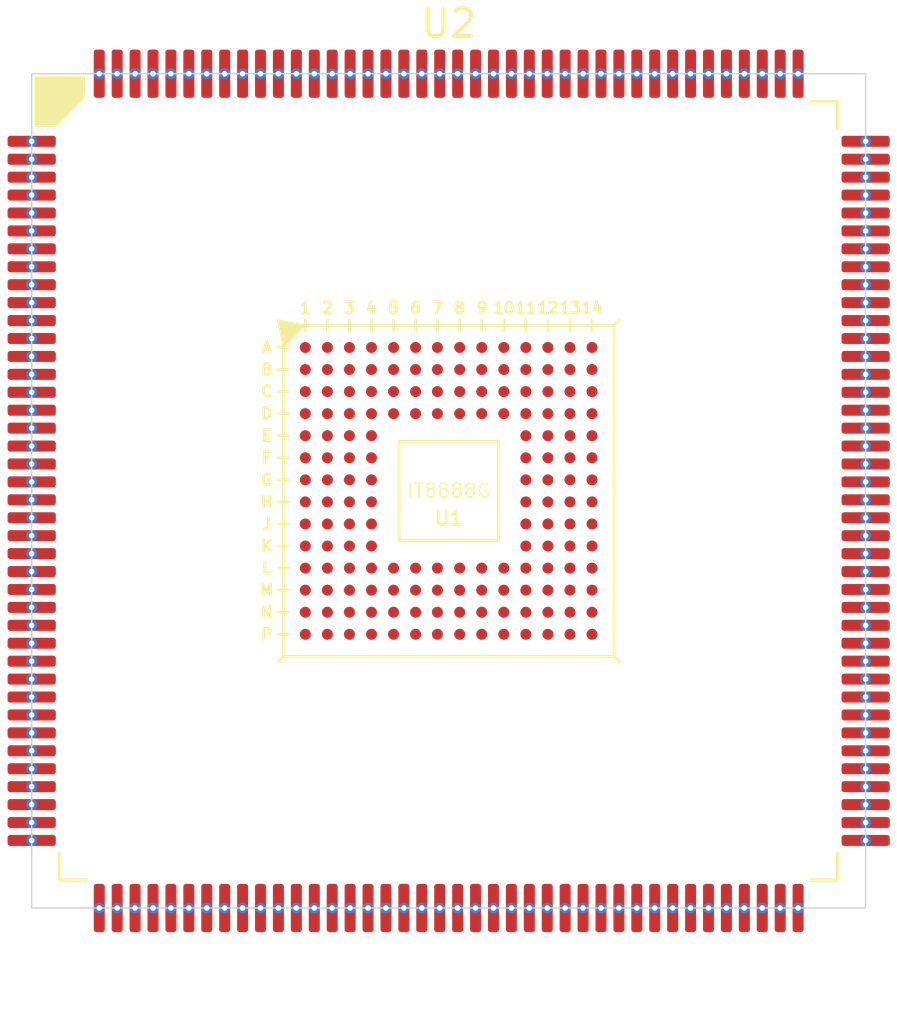
<source format=kicad_pcb>
(kicad_pcb (version 20241229) (generator "pcbnew") (generator_version "9.0")
  (layers (0 "F.Cu" signal) (2 "B.Cu" signal) (13 "F.Paste" user) (15 "B.Paste" user) (5 "F.SilkS" user "F.Silkscreen") (7 "B.SilkS" user "B.Silkscreen") (1 "F.Mask" user) (3 "B.Mask" user) (25 "Edge.Cuts" user))
  (net 0 "")
  (net 1 "Net-(U1-AD3)")
  (net 2 "Net-(U1-DRQ2)")
  (net 3 "Net-(U1-SD12)")
  (net 4 "Net-(U1-SA8)")
  (net 5 "Net-(U1-SA9)")
  (net 6 "Net-(U1-IRQ12)")
  (net 7 "Net-(U1-SD13)")
  (net 8 "Net-(U1-IREQ#)")
  (net 9 "Net-(U1-SA11)")
  (net 10 "Net-(U1-AD18)")
  (net 11 "Net-(U1-DACK2#)")
  (net 12 "Net-(U1-SA3)")
  (net 13 "Net-(U1-RSTDRV)")
  (net 14 "Net-(U1-DACK0#)")
  (net 15 "Net-(U1-SCLK)")
  (net 16 "Net-(U1-IRQ6)")
  (net 17 "Net-(U1-SA10)")
  (net 18 "Net-(U1-MEMW#)")
  (net 19 "Net-(U1-AD31)")
  (net 20 "Net-(U1-IOCS16#)")
  (net 21 "Net-(U1-IRQ11)")
  (net 22 "Net-(U1-SA4)")
  (net 23 "Net-(U1-AD16)")
  (net 24 "Net-(U1-AD5)")
  (net 25 "Net-(U1-SA18)")
  (net 26 "Net-(U1-AD12)")
  (net 27 "Net-(U1-GND-Pad69)")
  (net 28 "Net-(U1-C{slash}BE2#)")
  (net 29 "Net-(U1-DACK7#)")
  (net 30 "Net-(U1-VCC-Pad121)")
  (net 31 "Net-(U1-MEMR#)")
  (net 32 "Net-(U1-SMEMW#)")
  (net 33 "Net-(U1-SA6)")
  (net 34 "Net-(U1-IRQ5)")
  (net 35 "Net-(U1-SBHE#)")
  (net 36 "Net-(U1-MEMCS16#)")
  (net 37 "Net-(U1-SA0)")
  (net 38 "Net-(U1-NOGO{slash}CLKRUN#)")
  (net 39 "Net-(U1-SA1)")
  (net 40 "Net-(U1-GND-Pad40)")
  (net 41 "Net-(U1-AD27)")
  (net 42 "Net-(U1-SD0)")
  (net 43 "Net-(U1-AD20)")
  (net 44 "Net-(U1-AD2)")
  (net 45 "Net-(U1-FRAME#)")
  (net 46 "Net-(U1-SD15)")
  (net 47 "Net-(U1-SD8)")
  (net 48 "Net-(U1-IRQ15)")
  (net 49 "Net-(U1-TC)")
  (net 50 "Net-(U1-SD6)")
  (net 51 "Net-(U1-PCIRST#)")
  (net 52 "Net-(U1-SA15)")
  (net 53 "Net-(U1-AD4)")
  (net 54 "Net-(U1-BALE)")
  (net 55 "Net-(U1-SD7)")
  (net 56 "Net-(U1-GND-Pad91)")
  (net 57 "Net-(U1-SERIRQ)")
  (net 58 "Net-(U1-SD14)")
  (net 59 "Net-(U1-VCC-Pad81)")
  (net 60 "Net-(U1-AD17)")
  (net 61 "Net-(U1-SERR#)")
  (net 62 "Net-(U1-AD19)")
  (net 63 "Net-(U1-IDSEL)")
  (net 64 "Net-(U1-GND-Pad120)")
  (net 65 "Net-(U1-C{slash}BE0#)")
  (net 66 "Net-(U1-SD3)")
  (net 67 "Net-(U1-DRQ0)")
  (net 68 "Net-(U1-DRQ6)")
  (net 69 "Net-(U1-AD30)")
  (net 70 "Net-(U1-VCC3-Pad130)")
  (net 71 "Net-(U1-AD11)")
  (net 72 "Net-(U1-DRQ5)")
  (net 73 "Net-(U1-AD21)")
  (net 74 "Net-(U1-SA17)")
  (net 75 "Net-(U1-GND-Pad28)")
  (net 76 "Net-(U1-VCC3-Pad1)")
  (net 77 "Net-(U1-C{slash}BE1#)")
  (net 78 "Net-(U1-VCC3-Pad146)")
  (net 79 "Net-(U1-AD10)")
  (net 80 "Net-(U1-GND-Pad101)")
  (net 81 "Net-(U1-SA2)")
  (net 82 "Net-(U1-IGNT#)")
  (net 83 "Net-(U1-AD26)")
  (net 84 "Net-(U1-DACK3#)")
  (net 85 "Net-(U1-DRQ3)")
  (net 86 "Net-(U1-SA19)")
  (net 87 "Net-(U1-IOR#)")
  (net 88 "Net-(U1-VCC-Pad93)")
  (net 89 "Net-(U1-IRDY#)")
  (net 90 "Net-(U1-IRQ9)")
  (net 91 "Net-(U1-AD8)")
  (net 92 "Net-(U1-SA16)")
  (net 93 "Net-(U1-GND-Pad160)")
  (net 94 "Net-(U1-IRQ4)")
  (net 95 "Net-(U1-DEVSEL#)")
  (net 96 "Net-(U1-STOP#)")
  (net 97 "Net-(U1-GND-Pad52)")
  (net 98 "Net-(U1-AD23)")
  (net 99 "Net-(U1-PERR#)")
  (net 100 "Net-(U1-SA5)")
  (net 101 "Net-(U1-AD15)")
  (net 102 "Net-(U1-SD10)")
  (net 103 "Net-(U1-C{slash}BE3#)")
  (net 104 "Net-(U1-LOCK#)")
  (net 105 "Net-(U1-GND-Pad80)")
  (net 106 "Net-(U1-MASTER#)")
  (net 107 "Net-(U1-SD9)")
  (net 108 "Net-(U1-SA13)")
  (net 109 "Net-(U1-SA14)")
  (net 110 "Net-(U1-AD9)")
  (net 111 "Net-(U1-VCC3-Pad22)")
  (net 112 "Net-(U1-AD7)")
  (net 113 "Net-(U1-AD13)")
  (net 114 "Net-(U1-SMEMR#)")
  (net 115 "Net-(U1-AD14)")
  (net 116 "Net-(U1-LA21)")
  (net 117 "Net-(U1-IOCHRDY)")
  (net 118 "Net-(U1-AD0)")
  (net 119 "Net-(U1-IRQ3)")
  (net 120 "Net-(U1-DACK1#)")
  (net 121 "Net-(U1-IOW#)")
  (net 122 "Net-(U1-SA7)")
  (net 123 "Net-(U1-DRQ1)")
  (net 124 "Net-(U1-AD22)")
  (net 125 "Net-(U1-NOWS#)")
  (net 126 "Net-(U1-IOCHCK#)")
  (net 127 "Net-(U1-AEN)")
  (net 128 "Net-(U1-SD11)")
  (net 129 "Net-(U1-SD1)")
  (net 130 "Net-(U1-GND-Pad136)")
  (net 131 "Net-(U1-GND-Pad148)")
  (net 132 "Net-(U1-REFRESH#)")
  (net 133 "Net-(U1-AD6)")
  (net 134 "Net-(U1-GND-Pad18)")
  (net 135 "Net-(U1-AD25)")
  (net 136 "Net-(U1-LA22)")
  (net 137 "Net-(U1-IRQ14{slash}ROMCS#)")
  (net 138 "Net-(U1-VCC-Pad41)")
  (net 139 "Net-(U1-LA23)")
  (net 140 "Net-(U1-AD29)")
  (net 141 "Net-(U1-AD28)")
  (net 142 "Net-(U1-DACK5#)")
  (net 143 "Net-(U1-PPDGNT#)")
  (net 144 "Net-(U1-AD1)")
  (net 145 "Net-(U1-SD5)")
  (net 146 "Net-(U1-BCLK)")
  (net 147 "Net-(U1-PAR)")
  (net 148 "Net-(U1-IRQ10)")
  (net 149 "Net-(U1-SA12)")
  (net 150 "Net-(U1-IRQ7)")
  (net 151 "Net-(U1-PPDREQ#)")
  (net 152 "Net-(U1-TRDY#)")
  (net 153 "Net-(U1-AD24)")
  (net 154 "Net-(U1-SD2)")
  (net 155 "Net-(U1-PCICLK)")
  (net 156 "Net-(U1-DRQ7)")
  (net 157 "Net-(U1-SD4)")
  (net 158 "Net-(U1-DACK6#)")
  (net 159 "Net-(U1-LA20)")
  (net 160 "Net-(U1-SDATA)")
  (footprint "DFT:IT8888G" (layer "F.Cu") (at 91.6 115.444365)
    (property "Reference" "U1" (at 0 1 0) (layer "F.SilkS") (effects (font (size 0.5 0.5) (thickness 0.1))))
    (property "Value" "~")
    (fp_text user "6" (at -1.2 -6.4 0) (layer "F.SilkS") (effects (font (size 0.4 0.4) (thickness 0.1)) (justify bottom)))
    (fp_text user "B" (at -6.6 -4.4 0) (layer "F.SilkS") (effects (font (size 0.4 0.4) (thickness 0.1))))
    (fp_text user "1" (at -5.2 -6.4 0) (layer "F.SilkS") (effects (font (size 0.4 0.4) (thickness 0.1)) (justify bottom)))
    (fp_text user "3" (at -3.6 -6.4 0) (layer "F.SilkS") (effects (font (size 0.4 0.4) (thickness 0.1)) (justify bottom)))
    (fp_text user "2" (at -4.4 -6.4 0) (layer "F.SilkS") (effects (font (size 0.4 0.4) (thickness 0.1)) (justify bottom)))
    (fp_text user "C" (at -6.6 -3.6 0) (layer "F.SilkS") (effects (font (size 0.4 0.4) (thickness 0.1))))
    (fp_text user "5" (at -2 -6.4 0) (layer "F.SilkS") (effects (font (size 0.4 0.4) (thickness 0.1)) (justify bottom)))
    (fp_text user "D" (at -6.6 -2.8 0) (layer "F.SilkS") (effects (font (size 0.4 0.4) (thickness 0.1))))
    (fp_text user "M" (at -6.6 3.6 0) (layer "F.SilkS") (effects (font (size 0.4 0.4) (thickness 0.1))))
    (fp_text user "E" (at -6.6 -2 0) (layer "F.SilkS") (effects (font (size 0.4 0.4) (thickness 0.1))))
    (fp_text user "L" (at -6.6 2.8 0) (layer "F.SilkS") (effects (font (size 0.4 0.4) (thickness 0.1))))
    (fp_text user "14" (at 5.2 -6.4 0) (layer "F.SilkS") (effects (font (size 0.4 0.4) (thickness 0.1) (bold yes)) (justify bottom)))
    (fp_text user "10" (at 2 -6.4 0) (layer "F.SilkS") (effects (font (size 0.4 0.4) (thickness 0.1) (bold yes)) (justify bottom)))
    (fp_text user "P" (at -6.6 5.2 0) (layer "F.SilkS") (effects (font (size 0.4 0.4) (thickness 0.1))))
    (fp_text user "12" (at 3.6 -6.4 0) (layer "F.SilkS") (effects (font (size 0.4 0.4) (thickness 0.1) (bold yes)) (justify bottom)))
    (fp_text user "J" (at -6.6 1.2 0) (layer "F.SilkS") (effects (font (size 0.4 0.4) (thickness 0.1))))
    (fp_text user "F" (at -6.6 -1.2 0) (layer "F.SilkS") (effects (font (size 0.4 0.4) (thickness 0.1))))
    (fp_text user "9" (at 1.2 -6.4 0) (layer "F.SilkS") (effects (font (size 0.4 0.4) (thickness 0.1)) (justify bottom)))
    (fp_text user "IT8888G" (at 0 0 0) (layer "F.SilkS") (effects (font (size 0.5 0.5) (thickness 0.0625))))
    (fp_text user "11" (at 2.8 -6.4 0) (layer "F.SilkS") (effects (font (size 0.4 0.4) (thickness 0.1) (bold yes)) (justify bottom)))
    (fp_text user "H" (at -6.6 0.4 0) (layer "F.SilkS") (effects (font (size 0.4 0.4) (thickness 0.1))))
    (fp_text user "4" (at -2.8 -6.4 0) (layer "F.SilkS") (effects (font (size 0.4 0.4) (thickness 0.1)) (justify bottom)))
    (fp_text user "A" (at -6.6 -5.2 0) (layer "F.SilkS") (effects (font (size 0.4 0.4) (thickness 0.1))))
    (fp_text user "K" (at -6.6 2 0) (layer "F.SilkS") (effects (font (size 0.4 0.4) (thickness 0.1))))
    (fp_text user "7" (at -0.4 -6.4 0) (layer "F.SilkS") (effects (font (size 0.4 0.4) (thickness 0.1)) (justify bottom)))
    (fp_text user "13" (at 4.4 -6.4 0) (layer "F.SilkS") (effects (font (size 0.4 0.4) (thickness 0.1) (bold yes)) (justify bottom)))
    (fp_text user "G" (at -6.6 -0.4 0) (layer "F.SilkS") (effects (font (size 0.4 0.4) (thickness 0.1))))
    (fp_text user "N" (at -6.6 4.4 0) (layer "F.SilkS") (effects (font (size 0.4 0.4) (thickness 0.1))))
    (fp_text user "8" (at 0.4 -6.4 0) (layer "F.SilkS") (effects (font (size 0.4 0.4) (thickness 0.1)) (justify bottom)))
    (pad "A1" smd circle (at -5.2 -5.2) (size 0.4 0.4) (layers "F.Cu" "F.Mask" "F.Paste"))
    (pad "A2" smd circle (at -4.4 -5.2) (size 0.4 0.4) (layers "F.Cu" "F.Mask" "F.Paste"))
    (pad "A3" smd circle (at -3.6 -5.2) (size 0.4 0.4) (layers "F.Cu" "F.Mask" "F.Paste"))
    (pad "A4" smd circle (at -2.8 -5.2) (size 0.4 0.4) (layers "F.Cu" "F.Mask" "F.Paste"))
    (pad "A5" smd circle (at -2 -5.2) (size 0.4 0.4) (layers "F.Cu" "F.Mask" "F.Paste"))
    (pad "A6" smd circle (at -1.2 -5.2) (size 0.4 0.4) (layers "F.Cu" "F.Mask" "F.Paste"))
    (pad "A7" smd circle (at -0.408612 -5.2) (size 0.4 0.4) (layers "F.Cu" "F.Mask" "F.Paste"))
    (pad "A8" smd circle (at 0.4 -5.2) (size 0.4 0.4) (layers "F.Cu" "F.Mask" "F.Paste"))
    (pad "A9" smd circle (at 1.2 -5.2) (size 0.4 0.4) (layers "F.Cu" "F.Mask" "F.Paste"))
    (pad "A10" smd circle (at 2 -5.2) (size 0.4 0.4) (layers "F.Cu" "F.Mask" "F.Paste"))
    (pad "A11" smd circle (at 2.8 -5.2) (size 0.4 0.4) (layers "F.Cu" "F.Mask" "F.Paste"))
    (pad "A12" smd circle (at 3.6 -5.2) (size 0.4 0.4) (layers "F.Cu" "F.Mask" "F.Paste"))
    (pad "A13" smd circle (at 4.4 -5.2) (size 0.4 0.4) (layers "F.Cu" "F.Mask" "F.Paste"))
    (pad "A14" smd circle (at 5.2 -5.2) (size 0.4 0.4) (layers "F.Cu" "F.Mask" "F.Paste"))
    (pad "B1" smd circle (at -5.2 -4.4) (size 0.4 0.4) (layers "F.Cu" "F.Mask" "F.Paste"))
    (pad "B2" smd circle (at -4.4 -4.4) (size 0.4 0.4) (layers "F.Cu" "F.Mask" "F.Paste"))
    (pad "B3" smd circle (at -3.6 -4.4) (size 0.4 0.4) (layers "F.Cu" "F.Mask" "F.Paste"))
    (pad "B4" smd circle (at -2.8 -4.4) (size 0.4 0.4) (layers "F.Cu" "F.Mask" "F.Paste"))
    (pad "B5" smd circle (at -2 -4.4) (size 0.4 0.4) (layers "F.Cu" "F.Mask" "F.Paste"))
    (pad "B6" smd circle (at -1.2 -4.4) (size 0.4 0.4) (layers "F.Cu" "F.Mask" "F.Paste"))
    (pad "B7" smd circle (at -0.408612 -4.4) (size 0.4 0.4) (layers "F.Cu" "F.Mask" "F.Paste"))
    (pad "B8" smd circle (at 0.4 -4.4) (size 0.4 0.4) (layers "F.Cu" "F.Mask" "F.Paste"))
    (pad "B9" smd circle (at 1.2 -4.4) (size 0.4 0.4) (layers "F.Cu" "F.Mask" "F.Paste"))
    (pad "B10" smd circle (at 2 -4.4) (size 0.4 0.4) (layers "F.Cu" "F.Mask" "F.Paste"))
    (pad "B11" smd circle (at 2.8 -4.4) (size 0.4 0.4) (layers "F.Cu" "F.Mask" "F.Paste"))
    (pad "B12" smd circle (at 3.6 -4.4) (size 0.4 0.4) (layers "F.Cu" "F.Mask" "F.Paste"))
    (pad "B13" smd circle (at 4.4 -4.4) (size 0.4 0.4) (layers "F.Cu" "F.Mask" "F.Paste"))
    (pad "B14" smd circle (at 5.2 -4.4) (size 0.4 0.4) (layers "F.Cu" "F.Mask" "F.Paste"))
    (pad "C1" smd circle (at -5.2 -3.6) (size 0.4 0.4) (layers "F.Cu" "F.Mask" "F.Paste"))
    (pad "C2" smd circle (at -4.4 -3.6) (size 0.4 0.4) (layers "F.Cu" "F.Mask" "F.Paste"))
    (pad "C3" smd circle (at -3.6 -3.6) (size 0.4 0.4) (layers "F.Cu" "F.Mask" "F.Paste"))
    (pad "C4" smd circle (at -2.8 -3.6) (size 0.4 0.4) (layers "F.Cu" "F.Mask" "F.Paste"))
    (pad "C5" smd circle (at -2 -3.6) (size 0.4 0.4) (layers "F.Cu" "F.Mask" "F.Paste"))
    (pad "C6" smd circle (at -1.2 -3.6) (size 0.4 0.4) (layers "F.Cu" "F.Mask" "F.Paste"))
    (pad "C7" smd circle (at -0.408612 -3.6) (size 0.4 0.4) (layers "F.Cu" "F.Mask" "F.Paste"))
    (pad "C8" smd circle (at 0.4 -3.6) (size 0.4 0.4) (layers "F.Cu" "F.Mask" "F.Paste"))
    (pad "C9" smd circle (at 1.2 -3.6) (size 0.4 0.4) (layers "F.Cu" "F.Mask" "F.Paste"))
    (pad "C10" smd circle (at 2 -3.6) (size 0.4 0.4) (layers "F.Cu" "F.Mask" "F.Paste"))
    (pad "C11" smd circle (at 2.8 -3.6) (size 0.4 0.4) (layers "F.Cu" "F.Mask" "F.Paste"))
    (pad "C12" smd circle (at 3.6 -3.6) (size 0.4 0.4) (layers "F.Cu" "F.Mask" "F.Paste"))
    (pad "C13" smd circle (at 4.4 -3.6) (size 0.4 0.4) (layers "F.Cu" "F.Mask" "F.Paste"))
    (pad "C14" smd circle (at 5.2 -3.6) (size 0.4 0.4) (layers "F.Cu" "F.Mask" "F.Paste"))
    (pad "D1" smd circle (at -5.2 -2.8) (size 0.4 0.4) (layers "F.Cu" "F.Mask" "F.Paste"))
    (pad "D2" smd circle (at -4.4 -2.8) (size 0.4 0.4) (layers "F.Cu" "F.Mask" "F.Paste"))
    (pad "D3" smd circle (at -3.6 -2.8) (size 0.4 0.4) (layers "F.Cu" "F.Mask" "F.Paste"))
    (pad "D4" smd circle (at -2.8 -2.8) (size 0.4 0.4) (layers "F.Cu" "F.Mask" "F.Paste"))
    (pad "D5" smd circle (at -2 -2.8) (size 0.4 0.4) (layers "F.Cu" "F.Mask" "F.Paste"))
    (pad "D6" smd circle (at -1.2 -2.8) (size 0.4 0.4) (layers "F.Cu" "F.Mask" "F.Paste"))
    (pad "D7" smd circle (at -0.408612 -2.8) (size 0.4 0.4) (layers "F.Cu" "F.Mask" "F.Paste"))
    (pad "D8" smd circle (at 0.4 -2.8) (size 0.4 0.4) (layers "F.Cu" "F.Mask" "F.Paste"))
    (pad "D9" smd circle (at 1.2 -2.8) (size 0.4 0.4) (layers "F.Cu" "F.Mask" "F.Paste"))
    (pad "D10" smd circle (at 2 -2.8) (size 0.4 0.4) (layers "F.Cu" "F.Mask" "F.Paste"))
    (pad "D11" smd circle (at 2.8 -2.8) (size 0.4 0.4) (layers "F.Cu" "F.Mask" "F.Paste"))
    (pad "D12" smd circle (at 3.6 -2.8) (size 0.4 0.4) (layers "F.Cu" "F.Mask" "F.Paste"))
    (pad "D13" smd circle (at 4.4 -2.8) (size 0.4 0.4) (layers "F.Cu" "F.Mask" "F.Paste"))
    (pad "D14" smd circle (at 5.2 -2.8) (size 0.4 0.4) (layers "F.Cu" "F.Mask" "F.Paste"))
    (pad "E1" smd circle (at -5.2 -2) (size 0.4 0.4) (layers "F.Cu" "F.Mask" "F.Paste"))
    (pad "E2" smd circle (at -4.4 -2) (size 0.4 0.4) (layers "F.Cu" "F.Mask" "F.Paste"))
    (pad "E3" smd circle (at -3.6 -2) (size 0.4 0.4) (layers "F.Cu" "F.Mask" "F.Paste"))
    (pad "E4" smd circle (at -2.8 -2) (size 0.4 0.4) (layers "F.Cu" "F.Mask" "F.Paste"))
    (pad "E11" smd circle (at 2.8 -2) (size 0.4 0.4) (layers "F.Cu" "F.Mask" "F.Paste"))
    (pad "E12" smd circle (at 3.6 -2) (size 0.4 0.4) (layers "F.Cu" "F.Mask" "F.Paste"))
    (pad "E13" smd circle (at 4.4 -2) (size 0.4 0.4) (layers "F.Cu" "F.Mask" "F.Paste"))
    (pad "E14" smd circle (at 5.2 -2) (size 0.4 0.4) (layers "F.Cu" "F.Mask" "F.Paste"))
    (pad "F1" smd circle (at -5.2 -1.2) (size 0.4 0.4) (layers "F.Cu" "F.Mask" "F.Paste"))
    (pad "F2" smd circle (at -4.4 -1.2) (size 0.4 0.4) (layers "F.Cu" "F.Mask" "F.Paste"))
    (pad "F3" smd circle (at -3.6 -1.2) (size 0.4 0.4) (layers "F.Cu" "F.Mask" "F.Paste"))
    (pad "F4" smd circle (at -2.8 -1.2) (size 0.4 0.4) (layers "F.Cu" "F.Mask" "F.Paste"))
    (pad "F11" smd circle (at 2.8 -1.2) (size 0.4 0.4) (layers "F.Cu" "F.Mask" "F.Paste"))
    (pad "F12" smd circle (at 3.6 -1.2) (size 0.4 0.4) (layers "F.Cu" "F.Mask" "F.Paste"))
    (pad "F13" smd circle (at 4.4 -1.2) (size 0.4 0.4) (layers "F.Cu" "F.Mask" "F.Paste"))
    (pad "F14" smd circle (at 5.2 -1.2) (size 0.4 0.4) (layers "F.Cu" "F.Mask" "F.Paste"))
    (pad "G1" smd circle (at -5.2 -0.4) (size 0.4 0.4) (layers "F.Cu" "F.Mask" "F.Paste"))
    (pad "G2" smd circle (at -4.4 -0.4) (size 0.4 0.4) (layers "F.Cu" "F.Mask" "F.Paste"))
    (pad "G3" smd circle (at -3.6 -0.4) (size 0.4 0.4) (layers "F.Cu" "F.Mask" "F.Paste"))
    (pad "G4" smd circle (at -2.8 -0.4) (size 0.4 0.4) (layers "F.Cu" "F.Mask" "F.Paste"))
    (pad "G11" smd circle (at 2.8 -0.4) (size 0.4 0.4) (layers "F.Cu" "F.Mask" "F.Paste"))
    (pad "G12" smd circle (at 3.6 -0.4) (size 0.4 0.4) (layers "F.Cu" "F.Mask" "F.Paste"))
    (pad "G13" smd circle (at 4.4 -0.4) (size 0.4 0.4) (layers "F.Cu" "F.Mask" "F.Paste"))
    (pad "G14" smd circle (at 5.2 -0.4) (size 0.4 0.4) (layers "F.Cu" "F.Mask" "F.Paste"))
    (pad "H1" smd circle (at -5.2 0.4) (size 0.4 0.4) (layers "F.Cu" "F.Mask" "F.Paste"))
    (pad "H2" smd circle (at -4.4 0.4) (size 0.4 0.4) (layers "F.Cu" "F.Mask" "F.Paste"))
    (pad "H3" smd circle (at -3.6 0.4) (size 0.4 0.4) (layers "F.Cu" "F.Mask" "F.Paste"))
    (pad "H4" smd circle (at -2.8 0.4) (size 0.4 0.4) (layers "F.Cu" "F.Mask" "F.Paste"))
    (pad "H11" smd circle (at 2.8 0.4) (size 0.4 0.4) (layers "F.Cu" "F.Mask" "F.Paste"))
    (pad "H12" smd circle (at 3.6 0.4) (size 0.4 0.4) (layers "F.Cu" "F.Mask" "F.Paste"))
    (pad "H13" smd circle (at 4.4 0.4) (size 0.4 0.4) (layers "F.Cu" "F.Mask" "F.Paste"))
    (pad "H14" smd circle (at 5.2 0.4) (size 0.4 0.4) (layers "F.Cu" "F.Mask" "F.Paste"))
    (pad "J1" smd circle (at -5.2 1.2) (size 0.4 0.4) (layers "F.Cu" "F.Mask" "F.Paste"))
    (pad "J2" smd circle (at -4.4 1.2) (size 0.4 0.4) (layers "F.Cu" "F.Mask" "F.Paste"))
    (pad "J3" smd circle (at -3.6 1.2) (size 0.4 0.4) (layers "F.Cu" "F.Mask" "F.Paste"))
    (pad "J4" smd circle (at -2.8 1.2) (size 0.4 0.4) (layers "F.Cu" "F.Mask" "F.Paste"))
    (pad "J11" smd circle (at 2.8 1.2) (size 0.4 0.4) (layers "F.Cu" "F.Mask" "F.Paste"))
    (pad "J12" smd circle (at 3.6 1.2) (size 0.4 0.4) (layers "F.Cu" "F.Mask" "F.Paste"))
    (pad "J13" smd circle (at 4.4 1.2) (size 0.4 0.4) (layers "F.Cu" "F.Mask" "F.Paste"))
    (pad "J14" smd circle (at 5.2 1.2) (size 0.4 0.4) (layers "F.Cu" "F.Mask" "F.Paste"))
    (pad "K1" smd circle (at -5.2 2) (size 0.4 0.4) (layers "F.Cu" "F.Mask" "F.Paste"))
    (pad "K2" smd circle (at -4.4 2) (size 0.4 0.4) (layers "F.Cu" "F.Mask" "F.Paste"))
    (pad "K3" smd circle (at -3.6 2) (size 0.4 0.4) (layers "F.Cu" "F.Mask" "F.Paste"))
    (pad "K4" smd circle (at -2.8 2) (size 0.4 0.4) (layers "F.Cu" "F.Mask" "F.Paste"))
    (pad "K11" smd circle (at 2.8 2) (size 0.4 0.4) (layers "F.Cu" "F.Mask" "F.Paste"))
    (pad "K12" smd circle (at 3.6 2) (size 0.4 0.4) (layers "F.Cu" "F.Mask" "F.Paste"))
    (pad "K13" smd circle (at 4.4 2) (size 0.4 0.4) (layers "F.Cu" "F.Mask" "F.Paste"))
    (pad "K14" smd circle (at 5.2 2) (size 0.4 0.4) (layers "F.Cu" "F.Mask" "F.Paste"))
    (pad "L1" smd circle (at -5.2 2.8) (size 0.4 0.4) (layers "F.Cu" "F.Mask" "F.Paste"))
    (pad "L2" smd circle (at -4.4 2.8) (size 0.4 0.4) (layers "F.Cu" "F.Mask" "F.Paste"))
    (pad "L3" smd circle (at -3.6 2.8) (size 0.4 0.4) (layers "F.Cu" "F.Mask" "F.Paste"))
    (pad "L4" smd circle (at -2.8 2.8) (size 0.4 0.4) (layers "F.Cu" "F.Mask" "F.Paste"))
    (pad "L5" smd circle (at -2 2.8) (size 0.4 0.4) (layers "F.Cu" "F.Mask" "F.Paste"))
    (pad "L6" smd circle (at -1.2 2.8) (size 0.4 0.4) (layers "F.Cu" "F.Mask" "F.Paste"))
    (pad "L7" smd circle (at -0.408612 2.8) (size 0.4 0.4) (layers "F.Cu" "F.Mask" "F.Paste"))
    (pad "L8" smd circle (at 0.4 2.8) (size 0.4 0.4) (layers "F.Cu" "F.Mask" "F.Paste"))
    (pad "L9" smd circle (at 1.2 2.8) (size 0.4 0.4) (layers "F.Cu" "F.Mask" "F.Paste"))
    (pad "L10" smd circle (at 2 2.8) (size 0.4 0.4) (layers "F.Cu" "F.Mask" "F.Paste"))
    (pad "L11" smd circle (at 2.8 2.8) (size 0.4 0.4) (layers "F.Cu" "F.Mask" "F.Paste"))
    (pad "L12" smd circle (at 3.6 2.8) (size 0.4 0.4) (layers "F.Cu" "F.Mask" "F.Paste"))
    (pad "L13" smd circle (at 4.4 2.8) (size 0.4 0.4) (layers "F.Cu" "F.Mask" "F.Paste"))
    (pad "L14" smd circle (at 5.2 2.8) (size 0.4 0.4) (layers "F.Cu" "F.Mask" "F.Paste"))
    (pad "M1" smd circle (at -5.2 3.6) (size 0.4 0.4) (layers "F.Cu" "F.Mask" "F.Paste"))
    (pad "M2" smd circle (at -4.4 3.6) (size 0.4 0.4) (layers "F.Cu" "F.Mask" "F.Paste"))
    (pad "M3" smd circle (at -3.6 3.6) (size 0.4 0.4) (layers "F.Cu" "F.Mask" "F.Paste"))
    (pad "M4" smd circle (at -2.8 3.6) (size 0.4 0.4) (layers "F.Cu" "F.Mask" "F.Paste"))
    (pad "M5" smd circle (at -2 3.6) (size 0.4 0.4) (layers "F.Cu" "F.Mask" "F.Paste"))
    (pad "M6" smd circle (at -1.2 3.6) (size 0.4 0.4) (layers "F.Cu" "F.Mask" "F.Paste"))
    (pad "M7" smd circle (at -0.408612 3.6) (size 0.4 0.4) (layers "F.Cu" "F.Mask" "F.Paste"))
    (pad "M8" smd circle (at 0.4 3.6) (size 0.4 0.4) (layers "F.Cu" "F.Mask" "F.Paste"))
    (pad "M9" smd circle (at 1.2 3.6) (size 0.4 0.4) (layers "F.Cu" "F.Mask" "F.Paste"))
    (pad "M10" smd circle (at 2 3.6) (size 0.4 0.4) (layers "F.Cu" "F.Mask" "F.Paste"))
    (pad "M11" smd circle (at 2.8 3.6) (size 0.4 0.4) (layers "F.Cu" "F.Mask" "F.Paste"))
    (pad "M12" smd circle (at 3.6 3.6) (size 0.4 0.4) (layers "F.Cu" "F.Mask" "F.Paste"))
    (pad "M13" smd circle (at 4.4 3.6) (size 0.4 0.4) (layers "F.Cu" "F.Mask" "F.Paste"))
    (pad "M14" smd circle (at 5.2 3.6) (size 0.4 0.4) (layers "F.Cu" "F.Mask" "F.Paste"))
    (pad "N1" smd circle (at -5.2 4.4) (size 0.4 0.4) (layers "F.Cu" "F.Mask" "F.Paste"))
    (pad "N2" smd circle (at -4.4 4.4) (size 0.4 0.4) (layers "F.Cu" "F.Mask" "F.Paste"))
    (pad "N3" smd circle (at -3.6 4.4) (size 0.4 0.4) (layers "F.Cu" "F.Mask" "F.Paste"))
    (pad "N4" smd circle (at -2.8 4.4) (size 0.4 0.4) (layers "F.Cu" "F.Mask" "F.Paste"))
    (pad "N5" smd circle (at -2 4.4) (size 0.4 0.4) (layers "F.Cu" "F.Mask" "F.Paste"))
    (pad "N6" smd circle (at -1.2 4.4) (size 0.4 0.4) (layers "F.Cu" "F.Mask" "F.Paste"))
    (pad "N7" smd circle (at -0.408612 4.4) (size 0.4 0.4) (layers "F.Cu" "F.Mask" "F.Paste"))
    (pad "N8" smd circle (at 0.4 4.4) (size 0.4 0.4) (layers "F.Cu" "F.Mask" "F.Paste"))
    (pad "N9" smd circle (at 1.2 4.4) (size 0.4 0.4) (layers "F.Cu" "F.Mask" "F.Paste"))
    (pad "N10" smd circle (at 2 4.4) (size 0.4 0.4) (layers "F.Cu" "F.Mask" "F.Paste"))
    (pad "N11" smd circle (at 2.8 4.4) (size 0.4 0.4) (layers "F.Cu" "F.Mask" "F.Paste"))
    (pad "N12" smd circle (at 3.6 4.4) (size 0.4 0.4) (layers "F.Cu" "F.Mask" "F.Paste"))
    (pad "N13" smd circle (at 4.4 4.4) (size 0.4 0.4) (layers "F.Cu" "F.Mask" "F.Paste"))
    (pad "N14" smd circle (at 5.2 4.4) (size 0.4 0.4) (layers "F.Cu" "F.Mask" "F.Paste"))
    (pad "P1" smd circle (at -5.2 5.2) (size 0.4 0.4) (layers "F.Cu" "F.Mask" "F.Paste"))
    (pad "P2" smd circle (at -4.4 5.2) (size 0.4 0.4) (layers "F.Cu" "F.Mask" "F.Paste"))
    (pad "P3" smd circle (at -3.6 5.2) (size 0.4 0.4) (layers "F.Cu" "F.Mask" "F.Paste"))
    (pad "P4" smd circle (at -2.8 5.2) (size 0.4 0.4) (layers "F.Cu" "F.Mask" "F.Paste"))
    (pad "P5" smd circle (at -2 5.2) (size 0.4 0.4) (layers "F.Cu" "F.Mask" "F.Paste"))
    (pad "P6" smd circle (at -1.2 5.2) (size 0.4 0.4) (layers "F.Cu" "F.Mask" "F.Paste"))
    (pad "P7" smd circle (at -0.408612 5.2) (size 0.4 0.4) (layers "F.Cu" "F.Mask" "F.Paste"))
    (pad "P8" smd circle (at 0.4 5.2) (size 0.4 0.4) (layers "F.Cu" "F.Mask" "F.Paste"))
    (pad "P9" smd circle (at 1.2 5.2) (size 0.4 0.4) (layers "F.Cu" "F.Mask" "F.Paste"))
    (pad "P10" smd circle (at 2 5.2) (size 0.4 0.4) (layers "F.Cu" "F.Mask" "F.Paste"))
    (pad "P11" smd circle (at 2.8 5.2) (size 0.4 0.4) (layers "F.Cu" "F.Mask" "F.Paste"))
    (pad "P12" smd circle (at 3.6 5.2) (size 0.4 0.4) (layers "F.Cu" "F.Mask" "F.Paste"))
    (pad "P13" smd circle (at 4.4 5.2) (size 0.4 0.4) (layers "F.Cu" "F.Mask" "F.Paste"))
    (pad "P14" smd circle (at 5.2 5.2) (size 0.4 0.4) (layers "F.Cu" "F.Mask" "F.Paste"))
  )
  (footprint "DFT:DFT_PQFP-160_28x28mm_P0.65mm_Adapter" (layer "F.Cu") (at 91.6 115.444365)
    (property "Reference" "U2" (at 0 -16.95 0) (layer "F.SilkS"))
    (property "Value" "~")
    (fp_line (start -15.125 -15.125) (end 15.125 -15.125) (stroke (width 0.05)) (layer "Edge.Cuts"))
    (fp_line (start -15.125 15.125) (end -15.125 -15.125) (stroke (width 0.05)) (layer "Edge.Cuts"))
    (fp_line (start 15.125 -15.125) (end 15.125 15.125) (stroke (width 0.05)) (layer "Edge.Cuts"))
    (fp_line (start 15.125 15.125) (end -15.125 15.125) (stroke (width 0.05)) (layer "Edge.Cuts"))
    (pad "1" smd roundrect (at -15.125 -12.675) (size 1.75 0.4) (layers "F.Cu" "F.Mask" "F.Paste") (net 76 "Net-(U1-VCC3-Pad1)"))
    (pad "2" smd roundrect (at -15.125 -12.025) (size 1.75 0.4) (layers "F.Cu" "F.Mask" "F.Paste") (net 28 "Net-(U1-C{slash}BE2#)"))
    (pad "3" smd roundrect (at -15.125 -11.375) (size 1.75 0.4) (layers "F.Cu" "F.Mask" "F.Paste") (net 45 "Net-(U1-FRAME#)"))
    (pad "4" smd roundrect (at -15.125 -10.725) (size 1.75 0.4) (layers "F.Cu" "F.Mask" "F.Paste") (net 89 "Net-(U1-IRDY#)"))
    (pad "5" smd roundrect (at -15.125 -10.075) (size 1.75 0.4) (layers "F.Cu" "F.Mask" "F.Paste") (net 152 "Net-(U1-TRDY#)"))
    (pad "6" smd roundrect (at -15.125 -9.425) (size 1.75 0.4) (layers "F.Cu" "F.Mask" "F.Paste") (net 95 "Net-(U1-DEVSEL#)"))
    (pad "7" smd roundrect (at -15.125 -8.775) (size 1.75 0.4) (layers "F.Cu" "F.Mask" "F.Paste") (net 96 "Net-(U1-STOP#)"))
    (pad "8" smd roundrect (at -15.125 -8.125) (size 1.75 0.4) (layers "F.Cu" "F.Mask" "F.Paste") (net 104 "Net-(U1-LOCK#)"))
    (pad "9" smd roundrect (at -15.125 -7.475) (size 1.75 0.4) (layers "F.Cu" "F.Mask" "F.Paste") (net 99 "Net-(U1-PERR#)"))
    (pad "10" smd roundrect (at -15.125 -6.825) (size 1.75 0.4) (layers "F.Cu" "F.Mask" "F.Paste") (net 61 "Net-(U1-SERR#)"))
    (pad "11" smd roundrect (at -15.125 -6.175) (size 1.75 0.4) (layers "F.Cu" "F.Mask" "F.Paste") (net 147 "Net-(U1-PAR)"))
    (pad "12" smd roundrect (at -15.125 -5.525) (size 1.75 0.4) (layers "F.Cu" "F.Mask" "F.Paste") (net 77 "Net-(U1-C{slash}BE1#)"))
    (pad "13" smd roundrect (at -15.125 -4.875) (size 1.75 0.4) (layers "F.Cu" "F.Mask" "F.Paste") (net 101 "Net-(U1-AD15)"))
    (pad "14" smd roundrect (at -15.125 -4.225) (size 1.75 0.4) (layers "F.Cu" "F.Mask" "F.Paste") (net 115 "Net-(U1-AD14)"))
    (pad "15" smd roundrect (at -15.125 -3.575) (size 1.75 0.4) (layers "F.Cu" "F.Mask" "F.Paste") (net 113 "Net-(U1-AD13)"))
    (pad "16" smd roundrect (at -15.125 -2.925) (size 1.75 0.4) (layers "F.Cu" "F.Mask" "F.Paste") (net 26 "Net-(U1-AD12)"))
    (pad "17" smd roundrect (at -15.125 -2.275) (size 1.75 0.4) (layers "F.Cu" "F.Mask" "F.Paste") (net 71 "Net-(U1-AD11)"))
    (pad "18" smd roundrect (at -15.125 -1.625) (size 1.75 0.4) (layers "F.Cu" "F.Mask" "F.Paste") (net 134 "Net-(U1-GND-Pad18)"))
    (pad "19" smd roundrect (at -15.125 -0.975) (size 1.75 0.4) (layers "F.Cu" "F.Mask" "F.Paste") (net 79 "Net-(U1-AD10)"))
    (pad "20" smd roundrect (at -15.125 -0.325) (size 1.75 0.4) (layers "F.Cu" "F.Mask" "F.Paste") (net 110 "Net-(U1-AD9)"))
    (pad "21" smd roundrect (at -15.125 0.325) (size 1.75 0.4) (layers "F.Cu" "F.Mask" "F.Paste") (net 91 "Net-(U1-AD8)"))
    (pad "22" smd roundrect (at -15.125 0.975) (size 1.75 0.4) (layers "F.Cu" "F.Mask" "F.Paste") (net 111 "Net-(U1-VCC3-Pad22)"))
    (pad "23" smd roundrect (at -15.125 1.625) (size 1.75 0.4) (layers "F.Cu" "F.Mask" "F.Paste") (net 65 "Net-(U1-C{slash}BE0#)"))
    (pad "24" smd roundrect (at -15.125 2.275) (size 1.75 0.4) (layers "F.Cu" "F.Mask" "F.Paste") (net 112 "Net-(U1-AD7)"))
    (pad "25" smd roundrect (at -15.125 2.925) (size 1.75 0.4) (layers "F.Cu" "F.Mask" "F.Paste") (net 133 "Net-(U1-AD6)"))
    (pad "26" smd roundrect (at -15.125 3.575) (size 1.75 0.4) (layers "F.Cu" "F.Mask" "F.Paste") (net 24 "Net-(U1-AD5)"))
    (pad "27" smd roundrect (at -15.125 4.225) (size 1.75 0.4) (layers "F.Cu" "F.Mask" "F.Paste") (net 53 "Net-(U1-AD4)"))
    (pad "28" smd roundrect (at -15.125 4.875) (size 1.75 0.4) (layers "F.Cu" "F.Mask" "F.Paste") (net 75 "Net-(U1-GND-Pad28)"))
    (pad "29" smd roundrect (at -15.125 5.525) (size 1.75 0.4) (layers "F.Cu" "F.Mask" "F.Paste") (net 1 "Net-(U1-AD3)"))
    (pad "30" smd roundrect (at -15.125 6.175) (size 1.75 0.4) (layers "F.Cu" "F.Mask" "F.Paste") (net 44 "Net-(U1-AD2)"))
    (pad "31" smd roundrect (at -15.125 6.825) (size 1.75 0.4) (layers "F.Cu" "F.Mask" "F.Paste") (net 144 "Net-(U1-AD1)"))
    (pad "32" smd roundrect (at -15.125 7.475) (size 1.75 0.4) (layers "F.Cu" "F.Mask" "F.Paste") (net 118 "Net-(U1-AD0)"))
    (pad "33" smd roundrect (at -15.125 8.125) (size 1.75 0.4) (layers "F.Cu" "F.Mask" "F.Paste") (net 160 "Net-(U1-SDATA)"))
    (pad "34" smd roundrect (at -15.125 8.775) (size 1.75 0.4) (layers "F.Cu" "F.Mask" "F.Paste") (net 15 "Net-(U1-SCLK)"))
    (pad "35" smd roundrect (at -15.125 9.425) (size 1.75 0.4) (layers "F.Cu" "F.Mask" "F.Paste") (net 13 "Net-(U1-RSTDRV)"))
    (pad "36" smd roundrect (at -15.125 10.075) (size 1.75 0.4) (layers "F.Cu" "F.Mask" "F.Paste") (net 29 "Net-(U1-DACK7#)"))
    (pad "37" smd roundrect (at -15.125 10.725) (size 1.75 0.4) (layers "F.Cu" "F.Mask" "F.Paste") (net 158 "Net-(U1-DACK6#)"))
    (pad "38" smd roundrect (at -15.125 11.375) (size 1.75 0.4) (layers "F.Cu" "F.Mask" "F.Paste") (net 142 "Net-(U1-DACK5#)"))
    (pad "39" smd roundrect (at -15.125 12.025) (size 1.75 0.4) (layers "F.Cu" "F.Mask" "F.Paste") (net 84 "Net-(U1-DACK3#)"))
    (pad "40" smd roundrect (at -15.125 12.675) (size 1.75 0.4) (layers "F.Cu" "F.Mask" "F.Paste") (net 40 "Net-(U1-GND-Pad40)"))
    (pad "41" thru_hole circle (at -15.125 -10.725 90) (size 0.4 0.4) (drill 0.2) (layers "*.Cu" "*.Mask") (net 138 "Net-(U1-VCC-Pad41)"))
    (pad "41" thru_hole circle (at -15.125 -7.475 90) (size 0.4 0.4) (drill 0.2) (layers "*.Cu" "*.Mask") (net 138 "Net-(U1-VCC-Pad41)"))
    (pad "41" thru_hole circle (at -15.125 -4.225 90) (size 0.4 0.4) (drill 0.2) (layers "*.Cu" "*.Mask") (net 138 "Net-(U1-VCC-Pad41)"))
    (pad "41" thru_hole circle (at -15.125 -0.975 90) (size 0.4 0.4) (drill 0.2) (layers "*.Cu" "*.Mask") (net 138 "Net-(U1-VCC-Pad41)"))
    (pad "41" thru_hole circle (at -15.125 2.275 90) (size 0.4 0.4) (drill 0.2) (layers "*.Cu" "*.Mask") (net 138 "Net-(U1-VCC-Pad41)"))
    (pad "41" thru_hole circle (at -15.125 5.525 90) (size 0.4 0.4) (drill 0.2) (layers "*.Cu" "*.Mask") (net 138 "Net-(U1-VCC-Pad41)"))
    (pad "41" thru_hole circle (at -15.125 8.775 90) (size 0.4 0.4) (drill 0.2) (layers "*.Cu" "*.Mask") (net 138 "Net-(U1-VCC-Pad41)"))
    (pad "41" thru_hole circle (at -15.125 12.025 90) (size 0.4 0.4) (drill 0.2) (layers "*.Cu" "*.Mask") (net 138 "Net-(U1-VCC-Pad41)"))
    (pad "41" thru_hole circle (at -15.125 12.675 90) (size 0.4 0.4) (drill 0.2) (layers "*.Cu" "*.Mask") (net 138 "Net-(U1-VCC-Pad41)"))
    (pad "41" thru_hole circle (at -12.675 -15.125) (size 0.4 0.4) (drill 0.2) (layers "*.Cu" "*.Mask") (net 138 "Net-(U1-VCC-Pad41)"))
    (pad "41" thru_hole circle (at -12.675 15.125) (size 0.4 0.4) (drill 0.2) (layers "*.Cu" "*.Mask") (net 138 "Net-(U1-VCC-Pad41)"))
    (pad "41" smd roundrect (at -12.675 15.125) (size 0.4 1.75) (layers "F.Cu" "F.Mask" "F.Paste") (net 138 "Net-(U1-VCC-Pad41)"))
    (pad "41" thru_hole circle (at -9.425 -15.125) (size 0.4 0.4) (drill 0.2) (layers "*.Cu" "*.Mask") (net 138 "Net-(U1-VCC-Pad41)"))
    (pad "41" thru_hole circle (at -9.425 15.125) (size 0.4 0.4) (drill 0.2) (layers "*.Cu" "*.Mask") (net 138 "Net-(U1-VCC-Pad41)"))
    (pad "41" thru_hole circle (at -6.175 -15.125) (size 0.4 0.4) (drill 0.2) (layers "*.Cu" "*.Mask") (net 138 "Net-(U1-VCC-Pad41)"))
    (pad "41" thru_hole circle (at -6.175 15.125) (size 0.4 0.4) (drill 0.2) (layers "*.Cu" "*.Mask") (net 138 "Net-(U1-VCC-Pad41)"))
    (pad "41" thru_hole circle (at -2.925 -15.125) (size 0.4 0.4) (drill 0.2) (layers "*.Cu" "*.Mask") (net 138 "Net-(U1-VCC-Pad41)"))
    (pad "41" thru_hole circle (at -2.925 15.125) (size 0.4 0.4) (drill 0.2) (layers "*.Cu" "*.Mask") (net 138 "Net-(U1-VCC-Pad41)"))
    (pad "41" thru_hole circle (at 0.325 -15.125) (size 0.4 0.4) (drill 0.2) (layers "*.Cu" "*.Mask") (net 138 "Net-(U1-VCC-Pad41)"))
    (pad "41" thru_hole circle (at 0.325 15.125) (size 0.4 0.4) (drill 0.2) (layers "*.Cu" "*.Mask") (net 138 "Net-(U1-VCC-Pad41)"))
    (pad "41" thru_hole circle (at 3.575 -15.125) (size 0.4 0.4) (drill 0.2) (layers "*.Cu" "*.Mask") (net 138 "Net-(U1-VCC-Pad41)"))
    (pad "41" thru_hole circle (at 3.575 15.125) (size 0.4 0.4) (drill 0.2) (layers "*.Cu" "*.Mask") (net 138 "Net-(U1-VCC-Pad41)"))
    (pad "41" thru_hole circle (at 6.825 -15.125) (size 0.4 0.4) (drill 0.2) (layers "*.Cu" "*.Mask") (net 138 "Net-(U1-VCC-Pad41)"))
    (pad "41" thru_hole circle (at 6.825 15.125) (size 0.4 0.4) (drill 0.2) (layers "*.Cu" "*.Mask") (net 138 "Net-(U1-VCC-Pad41)"))
    (pad "41" thru_hole circle (at 10.075 -15.125) (size 0.4 0.4) (drill 0.2) (layers "*.Cu" "*.Mask") (net 138 "Net-(U1-VCC-Pad41)"))
    (pad "41" thru_hole circle (at 10.075 15.125) (size 0.4 0.4) (drill 0.2) (layers "*.Cu" "*.Mask") (net 138 "Net-(U1-VCC-Pad41)"))
    (pad "41" thru_hole circle (at 15.125 -10.075 90) (size 0.4 0.4) (drill 0.2) (layers "*.Cu" "*.Mask") (net 138 "Net-(U1-VCC-Pad41)"))
    (pad "41" thru_hole circle (at 15.125 -6.825 90) (size 0.4 0.4) (drill 0.2) (layers "*.Cu" "*.Mask") (net 138 "Net-(U1-VCC-Pad41)"))
    (pad "41" thru_hole circle (at 15.125 -3.575 90) (size 0.4 0.4) (drill 0.2) (layers "*.Cu" "*.Mask") (net 138 "Net-(U1-VCC-Pad41)"))
    (pad "41" thru_hole circle (at 15.125 -0.325 90) (size 0.4 0.4) (drill 0.2) (layers "*.Cu" "*.Mask") (net 138 "Net-(U1-VCC-Pad41)"))
    (pad "41" thru_hole circle (at 15.125 2.925 90) (size 0.4 0.4) (drill 0.2) (layers "*.Cu" "*.Mask") (net 138 "Net-(U1-VCC-Pad41)"))
    (pad "41" thru_hole circle (at 15.125 6.175 90) (size 0.4 0.4) (drill 0.2) (layers "*.Cu" "*.Mask") (net 138 "Net-(U1-VCC-Pad41)"))
    (pad "41" thru_hole circle (at 15.125 9.425 90) (size 0.4 0.4) (drill 0.2) (layers "*.Cu" "*.Mask") (net 138 "Net-(U1-VCC-Pad41)"))
    (pad "41" thru_hole circle (at 15.125 12.675 90) (size 0.4 0.4) (drill 0.2) (layers "*.Cu" "*.Mask") (net 138 "Net-(U1-VCC-Pad41)"))
    (pad "42" thru_hole circle (at -15.125 -11.375 90) (size 0.4 0.4) (drill 0.2) (layers "*.Cu" "*.Mask") (net 11 "Net-(U1-DACK2#)"))
    (pad "42" thru_hole circle (at -15.125 -8.125 90) (size 0.4 0.4) (drill 0.2) (layers "*.Cu" "*.Mask") (net 11 "Net-(U1-DACK2#)"))
    (pad "42" thru_hole circle (at -15.125 -4.875 90) (size 0.4 0.4) (drill 0.2) (layers "*.Cu" "*.Mask") (net 11 "Net-(U1-DACK2#)"))
    (pad "42" thru_hole circle (at -15.125 -1.625 90) (size 0.4 0.4) (drill 0.2) (layers "*.Cu" "*.Mask") (net 11 "Net-(U1-DACK2#)"))
    (pad "42" thru_hole circle (at -15.125 1.625 90) (size 0.4 0.4) (drill 0.2) (layers "*.Cu" "*.Mask") (net 11 "Net-(U1-DACK2#)"))
    (pad "42" thru_hole circle (at -15.125 4.875 90) (size 0.4 0.4) (drill 0.2) (layers "*.Cu" "*.Mask") (net 11 "Net-(U1-DACK2#)"))
    (pad "42" thru_hole circle (at -15.125 8.125 90) (size 0.4 0.4) (drill 0.2) (layers "*.Cu" "*.Mask") (net 11 "Net-(U1-DACK2#)"))
    (pad "42" thru_hole circle (at -15.125 11.375 90) (size 0.4 0.4) (drill 0.2) (layers "*.Cu" "*.Mask") (net 11 "Net-(U1-DACK2#)"))
    (pad "42" thru_hole circle (at -12.025 -15.125) (size 0.4 0.4) (drill 0.2) (layers "*.Cu" "*.Mask") (net 11 "Net-(U1-DACK2#)"))
    (pad "42" thru_hole circle (at -12.025 15.125) (size 0.4 0.4) (drill 0.2) (layers "*.Cu" "*.Mask") (net 11 "Net-(U1-DACK2#)"))
    (pad "42" smd roundrect (at -12.025 15.125) (size 0.4 1.75) (layers "F.Cu" "F.Mask" "F.Paste") (net 11 "Net-(U1-DACK2#)"))
    (pad "42" thru_hole circle (at -8.775 -15.125) (size 0.4 0.4) (drill 0.2) (layers "*.Cu" "*.Mask") (net 11 "Net-(U1-DACK2#)"))
    (pad "42" thru_hole circle (at -8.775 15.125) (size 0.4 0.4) (drill 0.2) (layers "*.Cu" "*.Mask") (net 11 "Net-(U1-DACK2#)"))
    (pad "42" thru_hole circle (at -5.525 -15.125) (size 0.4 0.4) (drill 0.2) (layers "*.Cu" "*.Mask") (net 11 "Net-(U1-DACK2#)"))
    (pad "42" thru_hole circle (at -5.525 15.125) (size 0.4 0.4) (drill 0.2) (layers "*.Cu" "*.Mask") (net 11 "Net-(U1-DACK2#)"))
    (pad "42" thru_hole circle (at -2.275 -15.125) (size 0.4 0.4) (drill 0.2) (layers "*.Cu" "*.Mask") (net 11 "Net-(U1-DACK2#)"))
    (pad "42" thru_hole circle (at -2.275 15.125) (size 0.4 0.4) (drill 0.2) (layers "*.Cu" "*.Mask") (net 11 "Net-(U1-DACK2#)"))
    (pad "42" thru_hole circle (at 0.975 -15.125) (size 0.4 0.4) (drill 0.2) (layers "*.Cu" "*.Mask") (net 11 "Net-(U1-DACK2#)"))
    (pad "42" thru_hole circle (at 0.975 15.125) (size 0.4 0.4) (drill 0.2) (layers "*.Cu" "*.Mask") (net 11 "Net-(U1-DACK2#)"))
    (pad "42" thru_hole circle (at 4.225 -15.125) (size 0.4 0.4) (drill 0.2) (layers "*.Cu" "*.Mask") (net 11 "Net-(U1-DACK2#)"))
    (pad "42" thru_hole circle (at 4.225 15.125) (size 0.4 0.4) (drill 0.2) (layers "*.Cu" "*.Mask") (net 11 "Net-(U1-DACK2#)"))
    (pad "42" thru_hole circle (at 7.475 -15.125) (size 0.4 0.4) (drill 0.2) (layers "*.Cu" "*.Mask") (net 11 "Net-(U1-DACK2#)"))
    (pad "42" thru_hole circle (at 7.475 15.125) (size 0.4 0.4) (drill 0.2) (layers "*.Cu" "*.Mask") (net 11 "Net-(U1-DACK2#)"))
    (pad "42" thru_hole circle (at 10.725 -15.125) (size 0.4 0.4) (drill 0.2) (layers "*.Cu" "*.Mask") (net 11 "Net-(U1-DACK2#)"))
    (pad "42" thru_hole circle (at 10.725 15.125) (size 0.4 0.4) (drill 0.2) (layers "*.Cu" "*.Mask") (net 11 "Net-(U1-DACK2#)"))
    (pad "42" thru_hole circle (at 15.125 -10.725 90) (size 0.4 0.4) (drill 0.2) (layers "*.Cu" "*.Mask") (net 11 "Net-(U1-DACK2#)"))
    (pad "42" thru_hole circle (at 15.125 -7.475 90) (size 0.4 0.4) (drill 0.2) (layers "*.Cu" "*.Mask") (net 11 "Net-(U1-DACK2#)"))
    (pad "42" thru_hole circle (at 15.125 -4.225 90) (size 0.4 0.4) (drill 0.2) (layers "*.Cu" "*.Mask") (net 11 "Net-(U1-DACK2#)"))
    (pad "42" thru_hole circle (at 15.125 -0.975 90) (size 0.4 0.4) (drill 0.2) (layers "*.Cu" "*.Mask") (net 11 "Net-(U1-DACK2#)"))
    (pad "42" thru_hole circle (at 15.125 2.275 90) (size 0.4 0.4) (drill 0.2) (layers "*.Cu" "*.Mask") (net 11 "Net-(U1-DACK2#)"))
    (pad "42" thru_hole circle (at 15.125 5.525 90) (size 0.4 0.4) (drill 0.2) (layers "*.Cu" "*.Mask") (net 11 "Net-(U1-DACK2#)"))
    (pad "42" thru_hole circle (at 15.125 8.775 90) (size 0.4 0.4) (drill 0.2) (layers "*.Cu" "*.Mask") (net 11 "Net-(U1-DACK2#)"))
    (pad "42" thru_hole circle (at 15.125 12.025 90) (size 0.4 0.4) (drill 0.2) (layers "*.Cu" "*.Mask") (net 11 "Net-(U1-DACK2#)"))
    (pad "43" thru_hole circle (at -15.125 -12.025 90) (size 0.4 0.4) (drill 0.2) (layers "*.Cu" "*.Mask") (net 120 "Net-(U1-DACK1#)"))
    (pad "43" thru_hole circle (at -15.125 -8.775 90) (size 0.4 0.4) (drill 0.2) (layers "*.Cu" "*.Mask") (net 120 "Net-(U1-DACK1#)"))
    (pad "43" thru_hole circle (at -15.125 -5.525 90) (size 0.4 0.4) (drill 0.2) (layers "*.Cu" "*.Mask") (net 120 "Net-(U1-DACK1#)"))
    (pad "43" thru_hole circle (at -15.125 -2.275 90) (size 0.4 0.4) (drill 0.2) (layers "*.Cu" "*.Mask") (net 120 "Net-(U1-DACK1#)"))
    (pad "43" thru_hole circle (at -15.125 0.975 90) (size 0.4 0.4) (drill 0.2) (layers "*.Cu" "*.Mask") (net 120 "Net-(U1-DACK1#)"))
    (pad "43" thru_hole circle (at -15.125 4.225 90) (size 0.4 0.4) (drill 0.2) (layers "*.Cu" "*.Mask") (net 120 "Net-(U1-DACK1#)"))
    (pad "43" thru_hole circle (at -15.125 7.475 90) (size 0.4 0.4) (drill 0.2) (layers "*.Cu" "*.Mask") (net 120 "Net-(U1-DACK1#)"))
    (pad "43" thru_hole circle (at -15.125 10.725 90) (size 0.4 0.4) (drill 0.2) (layers "*.Cu" "*.Mask") (net 120 "Net-(U1-DACK1#)"))
    (pad "43" thru_hole circle (at -11.375 -15.125) (size 0.4 0.4) (drill 0.2) (layers "*.Cu" "*.Mask") (net 120 "Net-(U1-DACK1#)"))
    (pad "43" thru_hole circle (at -11.375 15.125) (size 0.4 0.4) (drill 0.2) (layers "*.Cu" "*.Mask") (net 120 "Net-(U1-DACK1#)"))
    (pad "43" smd roundrect (at -11.375 15.125) (size 0.4 1.75) (layers "F.Cu" "F.Mask" "F.Paste") (net 120 "Net-(U1-DACK1#)"))
    (pad "43" thru_hole circle (at -8.125 -15.125) (size 0.4 0.4) (drill 0.2) (layers "*.Cu" "*.Mask") (net 120 "Net-(U1-DACK1#)"))
    (pad "43" thru_hole circle (at -8.125 15.125) (size 0.4 0.4) (drill 0.2) (layers "*.Cu" "*.Mask") (net 120 "Net-(U1-DACK1#)"))
    (pad "43" thru_hole circle (at -4.875 -15.125) (size 0.4 0.4) (drill 0.2) (layers "*.Cu" "*.Mask") (net 120 "Net-(U1-DACK1#)"))
    (pad "43" thru_hole circle (at -4.875 15.125) (size 0.4 0.4) (drill 0.2) (layers "*.Cu" "*.Mask") (net 120 "Net-(U1-DACK1#)"))
    (pad "43" thru_hole circle (at -1.625 -15.125) (size 0.4 0.4) (drill 0.2) (layers "*.Cu" "*.Mask") (net 120 "Net-(U1-DACK1#)"))
    (pad "43" thru_hole circle (at -1.625 15.125) (size 0.4 0.4) (drill 0.2) (layers "*.Cu" "*.Mask") (net 120 "Net-(U1-DACK1#)"))
    (pad "43" thru_hole circle (at 1.625 -15.125) (size 0.4 0.4) (drill 0.2) (layers "*.Cu" "*.Mask") (net 120 "Net-(U1-DACK1#)"))
    (pad "43" thru_hole circle (at 1.625 15.125) (size 0.4 0.4) (drill 0.2) (layers "*.Cu" "*.Mask") (net 120 "Net-(U1-DACK1#)"))
    (pad "43" thru_hole circle (at 4.875 -15.125) (size 0.4 0.4) (drill 0.2) (layers "*.Cu" "*.Mask") (net 120 "Net-(U1-DACK1#)"))
    (pad "43" thru_hole circle (at 4.875 15.125) (size 0.4 0.4) (drill 0.2) (layers "*.Cu" "*.Mask") (net 120 "Net-(U1-DACK1#)"))
    (pad "43" thru_hole circle (at 8.125 -15.125) (size 0.4 0.4) (drill 0.2) (layers "*.Cu" "*.Mask") (net 120 "Net-(U1-DACK1#)"))
    (pad "43" thru_hole circle (at 8.125 15.125) (size 0.4 0.4) (drill 0.2) (layers "*.Cu" "*.Mask") (net 120 "Net-(U1-DACK1#)"))
    (pad "43" thru_hole circle (at 11.375 -15.125) (size 0.4 0.4) (drill 0.2) (layers "*.Cu" "*.Mask") (net 120 "Net-(U1-DACK1#)"))
    (pad "43" thru_hole circle (at 11.375 15.125) (size 0.4 0.4) (drill 0.2) (layers "*.Cu" "*.Mask") (net 120 "Net-(U1-DACK1#)"))
    (pad "43" thru_hole circle (at 15.125 -11.375 90) (size 0.4 0.4) (drill 0.2) (layers "*.Cu" "*.Mask") (net 120 "Net-(U1-DACK1#)"))
    (pad "43" thru_hole circle (at 15.125 -8.125 90) (size 0.4 0.4) (drill 0.2) (layers "*.Cu" "*.Mask") (net 120 "Net-(U1-DACK1#)"))
    (pad "43" thru_hole circle (at 15.125 -4.875 90) (size 0.4 0.4) (drill 0.2) (layers "*.Cu" "*.Mask") (net 120 "Net-(U1-DACK1#)"))
    (pad "43" thru_hole circle (at 15.125 -1.625 90) (size 0.4 0.4) (drill 0.2) (layers "*.Cu" "*.Mask") (net 120 "Net-(U1-DACK1#)"))
    (pad "43" thru_hole circle (at 15.125 1.625 90) (size 0.4 0.4) (drill 0.2) (layers "*.Cu" "*.Mask") (net 120 "Net-(U1-DACK1#)"))
    (pad "43" thru_hole circle (at 15.125 4.875 90) (size 0.4 0.4) (drill 0.2) (layers "*.Cu" "*.Mask") (net 120 "Net-(U1-DACK1#)"))
    (pad "43" thru_hole circle (at 15.125 8.125 90) (size 0.4 0.4) (drill 0.2) (layers "*.Cu" "*.Mask") (net 120 "Net-(U1-DACK1#)"))
    (pad "43" thru_hole circle (at 15.125 11.375 90) (size 0.4 0.4) (drill 0.2) (layers "*.Cu" "*.Mask") (net 120 "Net-(U1-DACK1#)"))
    (pad "44" thru_hole circle (at -15.125 -12.675 90) (size 0.4 0.4) (drill 0.2) (layers "*.Cu" "*.Mask") (net 14 "Net-(U1-DACK0#)"))
    (pad "44" thru_hole circle (at -15.125 -9.425 90) (size 0.4 0.4) (drill 0.2) (layers "*.Cu" "*.Mask") (net 14 "Net-(U1-DACK0#)"))
    (pad "44" thru_hole circle (at -15.125 -6.175 90) (size 0.4 0.4) (drill 0.2) (layers "*.Cu" "*.Mask") (net 14 "Net-(U1-DACK0#)"))
    (pad "44" thru_hole circle (at -15.125 -2.925 90) (size 0.4 0.4) (drill 0.2) (layers "*.Cu" "*.Mask") (net 14 "Net-(U1-DACK0#)"))
    (pad "44" thru_hole circle (at -15.125 0.325 90) (size 0.4 0.4) (drill 0.2) (layers "*.Cu" "*.Mask") (net 14 "Net-(U1-DACK0#)"))
    (pad "44" thru_hole circle (at -15.125 3.575 90) (size 0.4 0.4) (drill 0.2) (layers "*.Cu" "*.Mask") (net 14 "Net-(U1-DACK0#)"))
    (pad "44" thru_hole circle (at -15.125 6.825 90) (size 0.4 0.4) (drill 0.2) (layers "*.Cu" "*.Mask") (net 14 "Net-(U1-DACK0#)"))
    (pad "44" thru_hole circle (at -15.125 10.075 90) (size 0.4 0.4) (drill 0.2) (layers "*.Cu" "*.Mask") (net 14 "Net-(U1-DACK0#)"))
    (pad "44" thru_hole circle (at -10.725 -15.125) (size 0.4 0.4) (drill 0.2) (layers "*.Cu" "*.Mask") (net 14 "Net-(U1-DACK0#)"))
    (pad "44" thru_hole circle (at -10.725 15.125) (size 0.4 0.4) (drill 0.2) (layers "*.Cu" "*.Mask") (net 14 "Net-(U1-DACK0#)"))
    (pad "44" smd roundrect (at -10.725 15.125) (size 0.4 1.75) (layers "F.Cu" "F.Mask" "F.Paste") (net 14 "Net-(U1-DACK0#)"))
    (pad "44" thru_hole circle (at -7.475 -15.125) (size 0.4 0.4) (drill 0.2) (layers "*.Cu" "*.Mask") (net 14 "Net-(U1-DACK0#)"))
    (pad "44" thru_hole circle (at -7.475 15.125) (size 0.4 0.4) (drill 0.2) (layers "*.Cu" "*.Mask") (net 14 "Net-(U1-DACK0#)"))
    (pad "44" thru_hole circle (at -4.225 -15.125) (size 0.4 0.4) (drill 0.2) (layers "*.Cu" "*.Mask") (net 14 "Net-(U1-DACK0#)"))
    (pad "44" thru_hole circle (at -4.225 15.125) (size 0.4 0.4) (drill 0.2) (layers "*.Cu" "*.Mask") (net 14 "Net-(U1-DACK0#)"))
    (pad "44" thru_hole circle (at -0.975 -15.125) (size 0.4 0.4) (drill 0.2) (layers "*.Cu" "*.Mask") (net 14 "Net-(U1-DACK0#)"))
    (pad "44" thru_hole circle (at -0.975 15.125) (size 0.4 0.4) (drill 0.2) (layers "*.Cu" "*.Mask") (net 14 "Net-(U1-DACK0#)"))
    (pad "44" thru_hole circle (at 2.275 -15.125) (size 0.4 0.4) (drill 0.2) (layers "*.Cu" "*.Mask") (net 14 "Net-(U1-DACK0#)"))
    (pad "44" thru_hole circle (at 2.275 15.125) (size 0.4 0.4) (drill 0.2) (layers "*.Cu" "*.Mask") (net 14 "Net-(U1-DACK0#)"))
    (pad "44" thru_hole circle (at 5.525 -15.125) (size 0.4 0.4) (drill 0.2) (layers "*.Cu" "*.Mask") (net 14 "Net-(U1-DACK0#)"))
    (pad "44" thru_hole circle (at 5.525 15.125) (size 0.4 0.4) (drill 0.2) (layers "*.Cu" "*.Mask") (net 14 "Net-(U1-DACK0#)"))
    (pad "44" thru_hole circle (at 8.775 -15.125) (size 0.4 0.4) (drill 0.2) (layers "*.Cu" "*.Mask") (net 14 "Net-(U1-DACK0#)"))
    (pad "44" thru_hole circle (at 8.775 15.125) (size 0.4 0.4) (drill 0.2) (layers "*.Cu" "*.Mask") (net 14 "Net-(U1-DACK0#)"))
    (pad "44" thru_hole circle (at 12.025 -15.125) (size 0.4 0.4) (drill 0.2) (layers "*.Cu" "*.Mask") (net 14 "Net-(U1-DACK0#)"))
    (pad "44" thru_hole circle (at 12.025 15.125) (size 0.4 0.4) (drill 0.2) (layers "*.Cu" "*.Mask") (net 14 "Net-(U1-DACK0#)"))
    (pad "44" thru_hole circle (at 15.125 -12.025 90) (size 0.4 0.4) (drill 0.2) (layers "*.Cu" "*.Mask") (net 14 "Net-(U1-DACK0#)"))
    (pad "44" thru_hole circle (at 15.125 -8.775 90) (size 0.4 0.4) (drill 0.2) (layers "*.Cu" "*.Mask") (net 14 "Net-(U1-DACK0#)"))
    (pad "44" thru_hole circle (at 15.125 -5.525 90) (size 0.4 0.4) (drill 0.2) (layers "*.Cu" "*.Mask") (net 14 "Net-(U1-DACK0#)"))
    (pad "44" thru_hole circle (at 15.125 -2.275 90) (size 0.4 0.4) (drill 0.2) (layers "*.Cu" "*.Mask") (net 14 "Net-(U1-DACK0#)"))
    (pad "44" thru_hole circle (at 15.125 0.975 90) (size 0.4 0.4) (drill 0.2) (layers "*.Cu" "*.Mask") (net 14 "Net-(U1-DACK0#)"))
    (pad "44" thru_hole circle (at 15.125 4.225 90) (size 0.4 0.4) (drill 0.2) (layers "*.Cu" "*.Mask") (net 14 "Net-(U1-DACK0#)"))
    (pad "44" thru_hole circle (at 15.125 7.475 90) (size 0.4 0.4) (drill 0.2) (layers "*.Cu" "*.Mask") (net 14 "Net-(U1-DACK0#)"))
    (pad "44" thru_hole circle (at 15.125 10.725 90) (size 0.4 0.4) (drill 0.2) (layers "*.Cu" "*.Mask") (net 14 "Net-(U1-DACK0#)"))
    (pad "45" thru_hole circle (at -15.125 -10.075 90) (size 0.4 0.4) (drill 0.2) (layers "*.Cu" "*.Mask") (net 156 "Net-(U1-DRQ7)"))
    (pad "45" thru_hole circle (at -15.125 -6.825 90) (size 0.4 0.4) (drill 0.2) (layers "*.Cu" "*.Mask") (net 156 "Net-(U1-DRQ7)"))
    (pad "45" thru_hole circle (at -15.125 -3.575 90) (size 0.4 0.4) (drill 0.2) (layers "*.Cu" "*.Mask") (net 156 "Net-(U1-DRQ7)"))
    (pad "45" thru_hole circle (at -15.125 -0.325 90) (size 0.4 0.4) (drill 0.2) (layers "*.Cu" "*.Mask") (net 156 "Net-(U1-DRQ7)"))
    (pad "45" thru_hole circle (at -15.125 2.925 90) (size 0.4 0.4) (drill 0.2) (layers "*.Cu" "*.Mask") (net 156 "Net-(U1-DRQ7)"))
    (pad "45" thru_hole circle (at -15.125 6.175 90) (size 0.4 0.4) (drill 0.2) (layers "*.Cu" "*.Mask") (net 156 "Net-(U1-DRQ7)"))
    (pad "45" thru_hole circle (at -15.125 9.425 90) (size 0.4 0.4) (drill 0.2) (layers "*.Cu" "*.Mask") (net 156 "Net-(U1-DRQ7)"))
    (pad "45" thru_hole circle (at -10.075 -15.125) (size 0.4 0.4) (drill 0.2) (layers "*.Cu" "*.Mask") (net 156 "Net-(U1-DRQ7)"))
    (pad "45" thru_hole circle (at -10.075 15.125) (size 0.4 0.4) (drill 0.2) (layers "*.Cu" "*.Mask") (net 156 "Net-(U1-DRQ7)"))
    (pad "45" smd roundrect (at -10.075 15.125) (size 0.4 1.75) (layers "F.Cu" "F.Mask" "F.Paste") (net 156 "Net-(U1-DRQ7)"))
    (pad "45" thru_hole circle (at -6.825 -15.125) (size 0.4 0.4) (drill 0.2) (layers "*.Cu" "*.Mask") (net 156 "Net-(U1-DRQ7)"))
    (pad "45" thru_hole circle (at -6.825 15.125) (size 0.4 0.4) (drill 0.2) (layers "*.Cu" "*.Mask") (net 156 "Net-(U1-DRQ7)"))
    (pad "45" thru_hole circle (at -3.575 -15.125) (size 0.4 0.4) (drill 0.2) (layers "*.Cu" "*.Mask") (net 156 "Net-(U1-DRQ7)"))
    (pad "45" thru_hole circle (at -3.575 15.125) (size 0.4 0.4) (drill 0.2) (layers "*.Cu" "*.Mask") (net 156 "Net-(U1-DRQ7)"))
    (pad "45" thru_hole circle (at -0.325 -15.125) (size 0.4 0.4) (drill 0.2) (layers "*.Cu" "*.Mask") (net 156 "Net-(U1-DRQ7)"))
    (pad "45" thru_hole circle (at -0.325 15.125) (size 0.4 0.4) (drill 0.2) (layers "*.Cu" "*.Mask") (net 156 "Net-(U1-DRQ7)"))
    (pad "45" thru_hole circle (at 2.925 -15.125) (size 0.4 0.4) (drill 0.2) (layers "*.Cu" "*.Mask") (net 156 "Net-(U1-DRQ7)"))
    (pad "45" thru_hole circle (at 2.925 15.125) (size 0.4 0.4) (drill 0.2) (layers "*.Cu" "*.Mask") (net 156 "Net-(U1-DRQ7)"))
    (pad "45" thru_hole circle (at 6.175 -15.125) (size 0.4 0.4) (drill 0.2) (layers "*.Cu" "*.Mask") (net 156 "Net-(U1-DRQ7)"))
    (pad "45" thru_hole circle (at 6.175 15.125) (size 0.4 0.4) (drill 0.2) (layers "*.Cu" "*.Mask") (net 156 "Net-(U1-DRQ7)"))
    (pad "45" thru_hole circle (at 9.425 -15.125) (size 0.4 0.4) (drill 0.2) (layers "*.Cu" "*.Mask") (net 156 "Net-(U1-DRQ7)"))
    (pad "45" thru_hole circle (at 9.425 15.125) (size 0.4 0.4) (drill 0.2) (layers "*.Cu" "*.Mask") (net 156 "Net-(U1-DRQ7)"))
    (pad "45" thru_hole circle (at 12.675 -15.125) (size 0.4 0.4) (drill 0.2) (layers "*.Cu" "*.Mask") (net 156 "Net-(U1-DRQ7)"))
    (pad "45" thru_hole circle (at 12.675 15.125) (size 0.4 0.4) (drill 0.2) (layers "*.Cu" "*.Mask") (net 156 "Net-(U1-DRQ7)"))
    (pad "45" thru_hole circle (at 15.125 -12.675 90) (size 0.4 0.4) (drill 0.2) (layers "*.Cu" "*.Mask") (net 156 "Net-(U1-DRQ7)"))
    (pad "45" thru_hole circle (at 15.125 -9.425 90) (size 0.4 0.4) (drill 0.2) (layers "*.Cu" "*.Mask") (net 156 "Net-(U1-DRQ7)"))
    (pad "45" thru_hole circle (at 15.125 -6.175 90) (size 0.4 0.4) (drill 0.2) (layers "*.Cu" "*.Mask") (net 156 "Net-(U1-DRQ7)"))
    (pad "45" thru_hole circle (at 15.125 -2.925 90) (size 0.4 0.4) (drill 0.2) (layers "*.Cu" "*.Mask") (net 156 "Net-(U1-DRQ7)"))
    (pad "45" thru_hole circle (at 15.125 0.325 90) (size 0.4 0.4) (drill 0.2) (layers "*.Cu" "*.Mask") (net 156 "Net-(U1-DRQ7)"))
    (pad "45" thru_hole circle (at 15.125 3.575 90) (size 0.4 0.4) (drill 0.2) (layers "*.Cu" "*.Mask") (net 156 "Net-(U1-DRQ7)"))
    (pad "45" thru_hole circle (at 15.125 6.825 90) (size 0.4 0.4) (drill 0.2) (layers "*.Cu" "*.Mask") (net 156 "Net-(U1-DRQ7)"))
    (pad "45" thru_hole circle (at 15.125 10.075 90) (size 0.4 0.4) (drill 0.2) (layers "*.Cu" "*.Mask") (net 156 "Net-(U1-DRQ7)"))
    (pad "46" smd roundrect (at -9.425 15.125) (size 0.4 1.75) (layers "F.Cu" "F.Mask" "F.Paste") (net 68 "Net-(U1-DRQ6)"))
    (pad "47" smd roundrect (at -8.775 15.125) (size 0.4 1.75) (layers "F.Cu" "F.Mask" "F.Paste") (net 72 "Net-(U1-DRQ5)"))
    (pad "48" smd roundrect (at -8.125 15.125) (size 0.4 1.75) (layers "F.Cu" "F.Mask" "F.Paste") (net 85 "Net-(U1-DRQ3)"))
    (pad "49" smd roundrect (at -7.475 15.125) (size 0.4 1.75) (layers "F.Cu" "F.Mask" "F.Paste") (net 2 "Net-(U1-DRQ2)"))
    (pad "50" smd roundrect (at -6.825 15.125) (size 0.4 1.75) (layers "F.Cu" "F.Mask" "F.Paste") (net 123 "Net-(U1-DRQ1)"))
    (pad "51" smd roundrect (at -6.175 15.125) (size 0.4 1.75) (layers "F.Cu" "F.Mask" "F.Paste") (net 67 "Net-(U1-DRQ0)"))
    (pad "52" smd roundrect (at -5.525 15.125) (size 0.4 1.75) (layers "F.Cu" "F.Mask" "F.Paste") (net 97 "Net-(U1-GND-Pad52)"))
    (pad "53" smd roundrect (at -4.875 15.125) (size 0.4 1.75) (layers "F.Cu" "F.Mask" "F.Paste") (net 48 "Net-(U1-IRQ15)"))
    (pad "54" smd roundrect (at -4.225 15.125) (size 0.4 1.75) (layers "F.Cu" "F.Mask" "F.Paste") (net 137 "Net-(U1-IRQ14{slash}ROMCS#)"))
    (pad "55" smd roundrect (at -3.575 15.125) (size 0.4 1.75) (layers "F.Cu" "F.Mask" "F.Paste") (net 6 "Net-(U1-IRQ12)"))
    (pad "56" smd roundrect (at -2.925 15.125) (size 0.4 1.75) (layers "F.Cu" "F.Mask" "F.Paste") (net 21 "Net-(U1-IRQ11)"))
    (pad "57" smd roundrect (at -2.275 15.125) (size 0.4 1.75) (layers "F.Cu" "F.Mask" "F.Paste") (net 148 "Net-(U1-IRQ10)"))
    (pad "58" smd roundrect (at -1.625 15.125) (size 0.4 1.75) (layers "F.Cu" "F.Mask" "F.Paste") (net 90 "Net-(U1-IRQ9)"))
    (pad "59" smd roundrect (at -0.975 15.125) (size 0.4 1.75) (layers "F.Cu" "F.Mask" "F.Paste") (net 150 "Net-(U1-IRQ7)"))
    (pad "60" smd roundrect (at -0.325 15.125) (size 0.4 1.75) (layers "F.Cu" "F.Mask" "F.Paste") (net 16 "Net-(U1-IRQ6)"))
    (pad "61" smd roundrect (at 0.325 15.125) (size 0.4 1.75) (layers "F.Cu" "F.Mask" "F.Paste") (net 34 "Net-(U1-IRQ5)"))
    (pad "62" smd roundrect (at 0.975 15.125) (size 0.4 1.75) (layers "F.Cu" "F.Mask" "F.Paste") (net 94 "Net-(U1-IRQ4)"))
    (pad "63" smd roundrect (at 1.625 15.125) (size 0.4 1.75) (layers "F.Cu" "F.Mask" "F.Paste") (net 119 "Net-(U1-IRQ3)"))
    (pad "64" smd roundrect (at 2.275 15.125) (size 0.4 1.75) (layers "F.Cu" "F.Mask" "F.Paste") (net 49 "Net-(U1-TC)"))
    (pad "65" smd roundrect (at 2.925 15.125) (size 0.4 1.75) (layers "F.Cu" "F.Mask" "F.Paste") (net 132 "Net-(U1-REFRESH#)"))
    (pad "66" smd roundrect (at 3.575 15.125) (size 0.4 1.75) (layers "F.Cu" "F.Mask" "F.Paste") (net 20 "Net-(U1-IOCS16#)"))
    (pad "67" smd roundrect (at 4.225 15.125) (size 0.4 1.75) (layers "F.Cu" "F.Mask" "F.Paste") (net 36 "Net-(U1-MEMCS16#)"))
    (pad "68" smd roundrect (at 4.875 15.125) (size 0.4 1.75) (layers "F.Cu" "F.Mask" "F.Paste") (net 126 "Net-(U1-IOCHCK#)"))
    (pad "69" smd roundrect (at 5.525 15.125) (size 0.4 1.75) (layers "F.Cu" "F.Mask" "F.Paste") (net 27 "Net-(U1-GND-Pad69)"))
    (pad "70" smd roundrect (at 6.175 15.125) (size 0.4 1.75) (layers "F.Cu" "F.Mask" "F.Paste") (net 146 "Net-(U1-BCLK)"))
    (pad "71" smd roundrect (at 6.825 15.125) (size 0.4 1.75) (layers "F.Cu" "F.Mask" "F.Paste") (net 117 "Net-(U1-IOCHRDY)"))
    (pad "72" smd roundrect (at 7.475 15.125) (size 0.4 1.75) (layers "F.Cu" "F.Mask" "F.Paste") (net 106 "Net-(U1-MASTER#)"))
    (pad "73" smd roundrect (at 8.125 15.125) (size 0.4 1.75) (layers "F.Cu" "F.Mask" "F.Paste") (net 127 "Net-(U1-AEN)"))
    (pad "74" smd roundrect (at 8.775 15.125) (size 0.4 1.75) (layers "F.Cu" "F.Mask" "F.Paste") (net 54 "Net-(U1-BALE)"))
    (pad "75" smd roundrect (at 9.425 15.125) (size 0.4 1.75) (layers "F.Cu" "F.Mask" "F.Paste") (net 125 "Net-(U1-NOWS#)"))
    (pad "76" smd roundrect (at 10.075 15.125) (size 0.4 1.75) (layers "F.Cu" "F.Mask" "F.Paste") (net 32 "Net-(U1-SMEMW#)"))
    (pad "77" smd roundrect (at 10.725 15.125) (size 0.4 1.75) (layers "F.Cu" "F.Mask" "F.Paste") (net 114 "Net-(U1-SMEMR#)"))
    (pad "78" smd roundrect (at 11.375 15.125) (size 0.4 1.75) (layers "F.Cu" "F.Mask" "F.Paste") (net 121 "Net-(U1-IOW#)"))
    (pad "79" smd roundrect (at 12.025 15.125) (size 0.4 1.75) (layers "F.Cu" "F.Mask" "F.Paste") (net 87 "Net-(U1-IOR#)"))
    (pad "80" smd roundrect (at 12.675 15.125) (size 0.4 1.75) (layers "F.Cu" "F.Mask" "F.Paste") (net 105 "Net-(U1-GND-Pad80)"))
    (pad "81" smd roundrect (at 15.125 12.675) (size 1.75 0.4) (layers "F.Cu" "F.Mask" "F.Paste") (net 59 "Net-(U1-VCC-Pad81)"))
    (pad "82" smd roundrect (at 15.125 12.025) (size 1.75 0.4) (layers "F.Cu" "F.Mask" "F.Paste") (net 18 "Net-(U1-MEMW#)"))
    (pad "83" smd roundrect (at 15.125 11.375) (size 1.75 0.4) (layers "F.Cu" "F.Mask" "F.Paste") (net 31 "Net-(U1-MEMR#)"))
    (pad "84" smd roundrect (at 15.125 10.725) (size 1.75 0.4) (layers "F.Cu" "F.Mask" "F.Paste") (net 35 "Net-(U1-SBHE#)"))
    (pad "85" smd roundrect (at 15.125 10.075) (size 1.75 0.4) (layers "F.Cu" "F.Mask" "F.Paste") (net 37 "Net-(U1-SA0)"))
    (pad "86" smd roundrect (at 15.125 9.425) (size 1.75 0.4) (layers "F.Cu" "F.Mask" "F.Paste") (net 39 "Net-(U1-SA1)"))
    (pad "87" smd roundrect (at 15.125 8.775) (size 1.75 0.4) (layers "F.Cu" "F.Mask" "F.Paste") (net 81 "Net-(U1-SA2)"))
    (pad "88" smd roundrect (at 15.125 8.125) (size 1.75 0.4) (layers "F.Cu" "F.Mask" "F.Paste") (net 12 "Net-(U1-SA3)"))
    (pad "89" smd roundrect (at 15.125 7.475) (size 1.75 0.4) (layers "F.Cu" "F.Mask" "F.Paste") (net 22 "Net-(U1-SA4)"))
    (pad "90" smd roundrect (at 15.125 6.825) (size 1.75 0.4) (layers "F.Cu" "F.Mask" "F.Paste") (net 100 "Net-(U1-SA5)"))
    (pad "91" smd roundrect (at 15.125 6.175) (size 1.75 0.4) (layers "F.Cu" "F.Mask" "F.Paste") (net 56 "Net-(U1-GND-Pad91)"))
    (pad "92" smd roundrect (at 15.125 5.525) (size 1.75 0.4) (layers "F.Cu" "F.Mask" "F.Paste") (net 33 "Net-(U1-SA6)"))
    (pad "93" smd roundrect (at 15.125 4.875) (size 1.75 0.4) (layers "F.Cu" "F.Mask" "F.Paste") (net 88 "Net-(U1-VCC-Pad93)"))
    (pad "94" smd roundrect (at 15.125 4.225) (size 1.75 0.4) (layers "F.Cu" "F.Mask" "F.Paste") (net 122 "Net-(U1-SA7)"))
    (pad "95" smd roundrect (at 15.125 3.575) (size 1.75 0.4) (layers "F.Cu" "F.Mask" "F.Paste") (net 4 "Net-(U1-SA8)"))
    (pad "96" smd roundrect (at 15.125 2.925) (size 1.75 0.4) (layers "F.Cu" "F.Mask" "F.Paste") (net 5 "Net-(U1-SA9)"))
    (pad "97" smd roundrect (at 15.125 2.275) (size 1.75 0.4) (layers "F.Cu" "F.Mask" "F.Paste") (net 17 "Net-(U1-SA10)"))
    (pad "98" smd roundrect (at 15.125 1.625) (size 1.75 0.4) (layers "F.Cu" "F.Mask" "F.Paste") (net 9 "Net-(U1-SA11)"))
    (pad "99" smd roundrect (at 15.125 0.975) (size 1.75 0.4) (layers "F.Cu" "F.Mask" "F.Paste") (net 149 "Net-(U1-SA12)"))
    (pad "100" smd roundrect (at 15.125 0.325) (size 1.75 0.4) (layers "F.Cu" "F.Mask" "F.Paste") (net 108 "Net-(U1-SA13)"))
    (pad "101" smd roundrect (at 15.125 -0.325) (size 1.75 0.4) (layers "F.Cu" "F.Mask" "F.Paste") (net 80 "Net-(U1-GND-Pad101)"))
    (pad "102" smd roundrect (at 15.125 -0.975) (size 1.75 0.4) (layers "F.Cu" "F.Mask" "F.Paste") (net 109 "Net-(U1-SA14)"))
    (pad "103" smd roundrect (at 15.125 -1.625) (size 1.75 0.4) (layers "F.Cu" "F.Mask" "F.Paste") (net 52 "Net-(U1-SA15)"))
    (pad "104" smd roundrect (at 15.125 -2.275) (size 1.75 0.4) (layers "F.Cu" "F.Mask" "F.Paste") (net 42 "Net-(U1-SD0)"))
    (pad "105" smd roundrect (at 15.125 -2.925) (size 1.75 0.4) (layers "F.Cu" "F.Mask" "F.Paste") (net 129 "Net-(U1-SD1)"))
    (pad "106" smd roundrect (at 15.125 -3.575) (size 1.75 0.4) (layers "F.Cu" "F.Mask" "F.Paste") (net 154 "Net-(U1-SD2)"))
    (pad "107" smd roundrect (at 15.125 -4.225) (size 1.75 0.4) (layers "F.Cu" "F.Mask" "F.Paste") (net 66 "Net-(U1-SD3)"))
    (pad "108" smd roundrect (at 15.125 -4.875) (size 1.75 0.4) (layers "F.Cu" "F.Mask" "F.Paste") (net 157 "Net-(U1-SD4)"))
    (pad "109" smd roundrect (at 15.125 -5.525) (size 1.75 0.4) (layers "F.Cu" "F.Mask" "F.Paste") (net 145 "Net-(U1-SD5)"))
    (pad "110" smd roundrect (at 15.125 -6.175) (size 1.75 0.4) (layers "F.Cu" "F.Mask" "F.Paste") (net 50 "Net-(U1-SD6)"))
    (pad "111" smd roundrect (at 15.125 -6.825) (size 1.75 0.4) (layers "F.Cu" "F.Mask" "F.Paste") (net 55 "Net-(U1-SD7)"))
    (pad "112" smd roundrect (at 15.125 -7.475) (size 1.75 0.4) (layers "F.Cu" "F.Mask" "F.Paste") (net 92 "Net-(U1-SA16)"))
    (pad "113" smd roundrect (at 15.125 -8.125) (size 1.75 0.4) (layers "F.Cu" "F.Mask" "F.Paste") (net 74 "Net-(U1-SA17)"))
    (pad "114" smd roundrect (at 15.125 -8.775) (size 1.75 0.4) (layers "F.Cu" "F.Mask" "F.Paste") (net 25 "Net-(U1-SA18)"))
    (pad "115" smd roundrect (at 15.125 -9.425) (size 1.75 0.4) (layers "F.Cu" "F.Mask" "F.Paste") (net 86 "Net-(U1-SA19)"))
    (pad "116" smd roundrect (at 15.125 -10.075) (size 1.75 0.4) (layers "F.Cu" "F.Mask" "F.Paste") (net 159 "Net-(U1-LA20)"))
    (pad "117" smd roundrect (at 15.125 -10.725) (size 1.75 0.4) (layers "F.Cu" "F.Mask" "F.Paste") (net 116 "Net-(U1-LA21)"))
    (pad "118" smd roundrect (at 15.125 -11.375) (size 1.75 0.4) (layers "F.Cu" "F.Mask" "F.Paste") (net 136 "Net-(U1-LA22)"))
    (pad "119" smd roundrect (at 15.125 -12.025) (size 1.75 0.4) (layers "F.Cu" "F.Mask" "F.Paste") (net 139 "Net-(U1-LA23)"))
    (pad "120" smd roundrect (at 15.125 -12.675) (size 1.75 0.4) (layers "F.Cu" "F.Mask" "F.Paste") (net 64 "Net-(U1-GND-Pad120)"))
    (pad "121" smd roundrect (at 12.675 -15.125) (size 0.4 1.75) (layers "F.Cu" "F.Mask" "F.Paste") (net 30 "Net-(U1-VCC-Pad121)"))
    (pad "122" smd roundrect (at 12.025 -15.125) (size 0.4 1.75) (layers "F.Cu" "F.Mask" "F.Paste") (net 47 "Net-(U1-SD8)"))
    (pad "123" smd roundrect (at 11.375 -15.125) (size 0.4 1.75) (layers "F.Cu" "F.Mask" "F.Paste") (net 107 "Net-(U1-SD9)"))
    (pad "124" smd roundrect (at 10.725 -15.125) (size 0.4 1.75) (layers "F.Cu" "F.Mask" "F.Paste") (net 102 "Net-(U1-SD10)"))
    (pad "125" smd roundrect (at 10.075 -15.125) (size 0.4 1.75) (layers "F.Cu" "F.Mask" "F.Paste") (net 128 "Net-(U1-SD11)"))
    (pad "126" smd roundrect (at 9.425 -15.125) (size 0.4 1.75) (layers "F.Cu" "F.Mask" "F.Paste") (net 3 "Net-(U1-SD12)"))
    (pad "127" smd roundrect (at 8.775 -15.125) (size 0.4 1.75) (layers "F.Cu" "F.Mask" "F.Paste") (net 7 "Net-(U1-SD13)"))
    (pad "128" smd roundrect (at 8.125 -15.125) (size 0.4 1.75) (layers "F.Cu" "F.Mask" "F.Paste") (net 58 "Net-(U1-SD14)"))
    (pad "129" smd roundrect (at 7.475 -15.125) (size 0.4 1.75) (layers "F.Cu" "F.Mask" "F.Paste") (net 46 "Net-(U1-SD15)"))
    (pad "130" smd roundrect (at 6.825 -15.125) (size 0.4 1.75) (layers "F.Cu" "F.Mask" "F.Paste") (net 70 "Net-(U1-VCC3-Pad130)"))
    (pad "131" smd roundrect (at 6.175 -15.125) (size 0.4 1.75) (layers "F.Cu" "F.Mask" "F.Paste") (net 143 "Net-(U1-PPDGNT#)"))
    (pad "132" smd roundrect (at 5.525 -15.125) (size 0.4 1.75) (layers "F.Cu" "F.Mask" "F.Paste") (net 151 "Net-(U1-PPDREQ#)"))
    (pad "133" smd roundrect (at 4.875 -15.125) (size 0.4 1.75) (layers "F.Cu" "F.Mask" "F.Paste") (net 38 "Net-(U1-NOGO{slash}CLKRUN#)"))
    (pad "134" smd roundrect (at 4.225 -15.125) (size 0.4 1.75) (layers "F.Cu" "F.Mask" "F.Paste") (net 57 "Net-(U1-SERIRQ)"))
    (pad "135" smd roundrect (at 3.575 -15.125) (size 0.4 1.75) (layers "F.Cu" "F.Mask" "F.Paste") (net 51 "Net-(U1-PCIRST#)"))
    (pad "136" smd roundrect (at 2.925 -15.125) (size 0.4 1.75) (layers "F.Cu" "F.Mask" "F.Paste") (net 130 "Net-(U1-GND-Pad136)"))
    (pad "137" smd roundrect (at 2.275 -15.125) (size 0.4 1.75) (layers "F.Cu" "F.Mask" "F.Paste") (net 155 "Net-(U1-PCICLK)"))
    (pad "138" smd roundrect (at 1.625 -15.125) (size 0.4 1.75) (layers "F.Cu" "F.Mask" "F.Paste") (net 82 "Net-(U1-IGNT#)"))
    (pad "139" smd roundrect (at 0.975 -15.125) (size 0.4 1.75) (layers "F.Cu" "F.Mask" "F.Paste") (net 8 "Net-(U1-IREQ#)"))
    (pad "140" smd roundrect (at 0.325 -15.125) (size 0.4 1.75) (layers "F.Cu" "F.Mask" "F.Paste") (net 19 "Net-(U1-AD31)"))
    (pad "141" smd roundrect (at -0.325 -15.125) (size 0.4 1.75) (layers "F.Cu" "F.Mask" "F.Paste") (net 69 "Net-(U1-AD30)"))
    (pad "142" smd roundrect (at -0.975 -15.125) (size 0.4 1.75) (layers "F.Cu" "F.Mask" "F.Paste") (net 140 "Net-(U1-AD29)"))
    (pad "143" smd roundrect (at -1.625 -15.125) (size 0.4 1.75) (layers "F.Cu" "F.Mask" "F.Paste") (net 141 "Net-(U1-AD28)"))
    (pad "144" smd roundrect (at -2.275 -15.125) (size 0.4 1.75) (layers "F.Cu" "F.Mask" "F.Paste") (net 41 "Net-(U1-AD27)"))
    (pad "145" smd roundrect (at -2.925 -15.125) (size 0.4 1.75) (layers "F.Cu" "F.Mask" "F.Paste") (net 83 "Net-(U1-AD26)"))
    (pad "146" smd roundrect (at -3.575 -15.125) (size 0.4 1.75) (layers "F.Cu" "F.Mask" "F.Paste") (net 78 "Net-(U1-VCC3-Pad146)"))
    (pad "147" smd roundrect (at -4.225 -15.125) (size 0.4 1.75) (layers "F.Cu" "F.Mask" "F.Paste") (net 135 "Net-(U1-AD25)"))
    (pad "148" smd roundrect (at -4.875 -15.125) (size 0.4 1.75) (layers "F.Cu" "F.Mask" "F.Paste") (net 131 "Net-(U1-GND-Pad148)"))
    (pad "149" smd roundrect (at -5.525 -15.125) (size 0.4 1.75) (layers "F.Cu" "F.Mask" "F.Paste") (net 153 "Net-(U1-AD24)"))
    (pad "150" smd roundrect (at -6.175 -15.125) (size 0.4 1.75) (layers "F.Cu" "F.Mask" "F.Paste") (net 103 "Net-(U1-C{slash}BE3#)"))
    (pad "151" smd roundrect (at -6.825 -15.125) (size 0.4 1.75) (layers "F.Cu" "F.Mask" "F.Paste") (net 63 "Net-(U1-IDSEL)"))
    (pad "152" smd roundrect (at -7.475 -15.125) (size 0.4 1.75) (layers "F.Cu" "F.Mask" "F.Paste") (net 98 "Net-(U1-AD23)"))
    (pad "153" smd roundrect (at -8.125 -15.125) (size 0.4 1.75) (layers "F.Cu" "F.Mask" "F.Paste") (net 124 "Net-(U1-AD22)"))
    (pad "154" smd roundrect (at -8.775 -15.125) (size 0.4 1.75) (layers "F.Cu" "F.Mask" "F.Paste") (net 73 "Net-(U1-AD21)"))
    (pad "155" smd roundrect (at -9.425 -15.125) (size 0.4 1.75) (layers "F.Cu" "F.Mask" "F.Paste") (net 43 "Net-(U1-AD20)"))
    (pad "156" smd roundrect (at -10.075 -15.125) (size 0.4 1.75) (layers "F.Cu" "F.Mask" "F.Paste") (net 62 "Net-(U1-AD19)"))
    (pad "157" smd roundrect (at -10.725 -15.125) (size 0.4 1.75) (layers "F.Cu" "F.Mask" "F.Paste") (net 10 "Net-(U1-AD18)"))
    (pad "158" smd roundrect (at -11.375 -15.125) (size 0.4 1.75) (layers "F.Cu" "F.Mask" "F.Paste") (net 60 "Net-(U1-AD17)"))
    (pad "159" smd roundrect (at -12.025 -15.125) (size 0.4 1.75) (layers "F.Cu" "F.Mask" "F.Paste") (net 23 "Net-(U1-AD16)"))
    (pad "160" smd roundrect (at -12.675 -15.125) (size 0.4 1.75) (layers "F.Cu" "F.Mask" "F.Paste") (net 93 "Net-(U1-GND-Pad160)"))
  )
)
</source>
